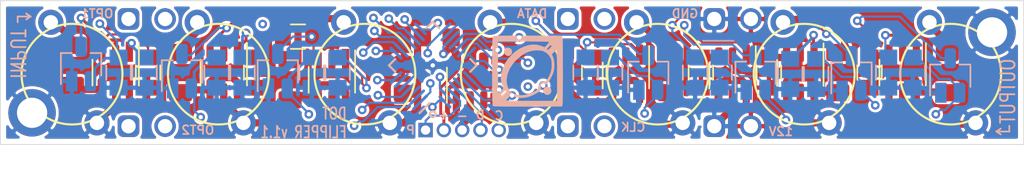
<source format=kicad_pcb>
(kicad_pcb (version 20171130) (host pcbnew "(5.1.4)-1")
  (layers (0 F.Cu signal) (1 In1.Cu signal) (2 In2.Cu signal) (31 B.Cu signal) (34 B.Paste user) (35 F.Paste user) (36 B.SilkS user) (37 F.SilkS user) (38 B.Mask user) (39 F.Mask user) (44 Edge.Cuts user))
  (net 0 "")
  (net 1 "Net-(C1-Pad1)")
  (net 2 "Net-(C1-Pad2)")
  (net 3 "Net-(C3-Pad1)")
  (net 4 "Net-(C3-Pad2)")
  (net 5 "Net-(C5-Pad1)")
  (net 6 "Net-(C5-Pad2)")
  (net 7 "Net-(C7-Pad1)")
  (net 8 "Net-(C7-Pad2)")
  (net 9 +12V)
  (net 10 GND)
  (net 11 +5V)
  (net 12 "Net-(C11-Pad2)")
  (net 13 "Net-(C11-Pad1)")
  (net 14 "Net-(C13-Pad1)")
  (net 15 "Net-(C13-Pad2)")
  (net 16 "Net-(C15-Pad2)")
  (net 17 "Net-(C15-Pad1)")
  (net 18 DATA_IN)
  (net 19 CLK_IN)
  (net 20 DATA_OUT)
  (net 21 CLK_OUT)
  (net 22 FLIP_G_OFF)
  (net 23 "Net-(J5-Pad4)")
  (net 24 VPP)
  (net 25 "Net-(Q1-Pad3)")
  (net 26 FLIP_A_ON)
  (net 27 FLIP_A_OFF)
  (net 28 "Net-(Q3-Pad3)")
  (net 29 FLIP_B_ON)
  (net 30 FLIP_B_OFF)
  (net 31 "Net-(Q5-Pad3)")
  (net 32 FLIP_C_ON)
  (net 33 FLIP_C_OFF)
  (net 34 "Net-(Q7-Pad3)")
  (net 35 FLIP_D_ON)
  (net 36 FLIP_D_OFF)
  (net 37 "Net-(Q10-Pad3)")
  (net 38 FLIP_E_ON)
  (net 39 FLIP_E_OFF)
  (net 40 "Net-(Q11-Pad3)")
  (net 41 FLIP_F_ON)
  (net 42 FLIP_F_OFF)
  (net 43 "Net-(Q13-Pad3)")
  (net 44 FLIP_G_ON)
  (net 45 "Net-(U2-Pad6)")
  (net 46 "Net-(U3-Pad4)")
  (net 47 OPT1_IN)
  (net 48 OPT2_IN)
  (net 49 OPT1_OUT)
  (net 50 OPT2_OUT)
  (module dot_flipper:dot_logo (layer B.Cu) (at 69.287001 64.665001)
    (fp_text reference G*** hide)
    (fp_text value LOGO hide)
  )
  (module dot_flipper:SOT-23-small (layer B.Cu) (at 98.487001 64.965001 90)
    (fp_text reference Q14 hide)
    (fp_text value RJU003N03FRA)
    (pad 2 smd roundrect (at -1.2 0.65 90) (size 1.4 0.8) (layers B.Cu B.Paste B.Mask) (net 44 FLIP_G_ON))
    (pad 1 smd rect (at -1.2 -0.65 90) (size 1.4 0.8) (layers B.Cu B.Paste B.Mask) (net 10 GND))
    (pad 3 smd roundrect (at 1.2 0 90) (size 1.4 0.8) (layers B.Cu B.Paste B.Mask) (net 43 "Net-(Q13-Pad3)"))
  )
  (module dot_flipper:SOT-23-small (layer B.Cu) (at 91.637001 64.815001 90)
    (fp_text reference Q12 hide)
    (fp_text value RJU003N03FRA)
    (pad 2 smd roundrect (at -1.2 0.65 90) (size 1.4 0.8) (layers B.Cu B.Paste B.Mask) (net 41 FLIP_F_ON))
    (pad 1 smd rect (at -1.2 -0.65 90) (size 1.4 0.8) (layers B.Cu B.Paste B.Mask) (net 10 GND))
    (pad 3 smd roundrect (at 1.2 0 90) (size 1.4 0.8) (layers B.Cu B.Paste B.Mask) (net 40 "Net-(Q11-Pad3)"))
  )
  (module dot_flipper:SOT-23-small (layer B.Cu) (at 84.987001 64.765001 90)
    (fp_text reference Q10 hide)
    (fp_text value RJU003N03FRA)
    (pad 2 smd roundrect (at -1.2 0.65 90) (size 1.4 0.8) (layers B.Cu B.Paste B.Mask) (net 38 FLIP_E_ON))
    (pad 1 smd rect (at -1.2 -0.65 90) (size 1.4 0.8) (layers B.Cu B.Paste B.Mask) (net 10 GND))
    (pad 3 smd roundrect (at 1.2 0 90) (size 1.4 0.8) (layers B.Cu B.Paste B.Mask) (net 37 "Net-(Q10-Pad3)"))
  )
  (module dot_flipper:SOT-23-small (layer B.Cu) (at 77.537001 64.765001 90)
    (fp_text reference Q8 hide)
    (fp_text value RJU003N03FRA)
    (pad 2 smd roundrect (at -1.2 0.65 90) (size 1.4 0.8) (layers B.Cu B.Paste B.Mask) (net 35 FLIP_D_ON))
    (pad 1 smd rect (at -1.2 -0.65 90) (size 1.4 0.8) (layers B.Cu B.Paste B.Mask) (net 10 GND))
    (pad 3 smd roundrect (at 1.2 0 90) (size 1.4 0.8) (layers B.Cu B.Paste B.Mask) (net 34 "Net-(Q7-Pad3)"))
  )
  (module dot_flipper:SOT-23-small (layer B.Cu) (at 51.837001 64.665001 90)
    (fp_text reference Q6 hide)
    (fp_text value RJU003N03FRA)
    (pad 2 smd roundrect (at -1.2 0.65 90) (size 1.4 0.8) (layers B.Cu B.Paste B.Mask) (net 32 FLIP_C_ON))
    (pad 1 smd rect (at -1.2 -0.65 90) (size 1.4 0.8) (layers B.Cu B.Paste B.Mask) (net 10 GND))
    (pad 3 smd roundrect (at 1.2 0 90) (size 1.4 0.8) (layers B.Cu B.Paste B.Mask) (net 31 "Net-(Q5-Pad3)"))
  )
  (module dot_flipper:SOT-23-small (layer B.Cu) (at 45.187001 64.665001 90)
    (fp_text reference Q4 hide)
    (fp_text value RJU003N03FRA)
    (pad 2 smd roundrect (at -1.2 0.65 90) (size 1.4 0.8) (layers B.Cu B.Paste B.Mask) (net 29 FLIP_B_ON))
    (pad 1 smd rect (at -1.2 -0.65 90) (size 1.4 0.8) (layers B.Cu B.Paste B.Mask) (net 10 GND))
    (pad 3 smd roundrect (at 1.2 0 90) (size 1.4 0.8) (layers B.Cu B.Paste B.Mask) (net 28 "Net-(Q3-Pad3)"))
  )
  (module dot_flipper:SOT-23-small (layer B.Cu) (at 38.187001 64.165001 90)
    (fp_text reference Q2 hide)
    (fp_text value RJU003N03FRA)
    (pad 2 smd roundrect (at -1.2 0.65 90) (size 1.4 0.8) (layers B.Cu B.Paste B.Mask) (net 26 FLIP_A_ON))
    (pad 1 smd rect (at -1.2 -0.65 90) (size 1.4 0.8) (layers B.Cu B.Paste B.Mask) (net 10 GND))
    (pad 3 smd roundrect (at 1.2 0 90) (size 1.4 0.8) (layers B.Cu B.Paste B.Mask) (net 25 "Net-(Q1-Pad3)"))
  )
  (module dot_flipper:C_1206 (layer F.Cu) (at 98.287001 64.765001 270)
    (fp_text reference C15 hide)
    (fp_text value "10u x2")
    (pad 1 smd roundrect (at -1.4 0 270) (size 1.2 1.6) (layers F.Cu F.Paste F.Mask) (roundrect_rratio 0.15) (net 17 "Net-(C15-Pad1)"))
    (pad 2 smd roundrect (at 1.4 0 270) (size 1.2 1.6) (layers F.Cu F.Paste F.Mask) (roundrect_rratio 0.15) (net 16 "Net-(C15-Pad2)"))
  )
  (module dot_flipper:C_1206 (layer F.Cu) (at 90.687001 64.765001 270)
    (fp_text reference C13 hide)
    (fp_text value "10u x2")
    (pad 1 smd roundrect (at -1.4 0 270) (size 1.2 1.6) (layers F.Cu F.Paste F.Mask) (roundrect_rratio 0.15) (net 14 "Net-(C13-Pad1)"))
    (pad 2 smd roundrect (at 1.4 0 270) (size 1.2 1.6) (layers F.Cu F.Paste F.Mask) (roundrect_rratio 0.15) (net 15 "Net-(C13-Pad2)"))
  )
  (module dot_flipper:C_1206 (layer F.Cu) (at 78.987001 64.765001 270)
    (fp_text reference C11 hide)
    (fp_text value "10u x2")
    (pad 1 smd roundrect (at -1.4 0 270) (size 1.2 1.6) (layers F.Cu F.Paste F.Mask) (roundrect_rratio 0.15) (net 13 "Net-(C11-Pad1)"))
    (pad 2 smd roundrect (at 1.4 0 270) (size 1.2 1.6) (layers F.Cu F.Paste F.Mask) (roundrect_rratio 0.15) (net 12 "Net-(C11-Pad2)"))
  )
  (module dot_flipper:C_1206 (layer F.Cu) (at 71.587001 64.765001 270)
    (fp_text reference C7 hide)
    (fp_text value "10u x2")
    (pad 1 smd roundrect (at -1.4 0 270) (size 1.2 1.6) (layers F.Cu F.Paste F.Mask) (roundrect_rratio 0.15) (net 7 "Net-(C7-Pad1)"))
    (pad 2 smd roundrect (at 1.4 0 270) (size 1.2 1.6) (layers F.Cu F.Paste F.Mask) (roundrect_rratio 0.15) (net 8 "Net-(C7-Pad2)"))
  )
  (module dot_flipper:C_1206 (layer F.Cu) (at 52.687001 65.265001 270)
    (fp_text reference C5 hide)
    (fp_text value "10u x2")
    (pad 1 smd roundrect (at -1.4 0 270) (size 1.2 1.6) (layers F.Cu F.Paste F.Mask) (roundrect_rratio 0.15) (net 5 "Net-(C5-Pad1)"))
    (pad 2 smd roundrect (at 1.4 0 270) (size 1.2 1.6) (layers F.Cu F.Paste F.Mask) (roundrect_rratio 0.15) (net 6 "Net-(C5-Pad2)"))
  )
  (module dot_flipper:C_1206 (layer F.Cu) (at 45.087001 64.765001 270)
    (fp_text reference C3 hide)
    (fp_text value "10u x2")
    (pad 1 smd roundrect (at -1.4 0 270) (size 1.2 1.6) (layers F.Cu F.Paste F.Mask) (roundrect_rratio 0.15) (net 3 "Net-(C3-Pad1)"))
    (pad 2 smd roundrect (at 1.4 0 270) (size 1.2 1.6) (layers F.Cu F.Paste F.Mask) (roundrect_rratio 0.15) (net 4 "Net-(C3-Pad2)"))
  )
  (module dot_flipper:C_1206 (layer F.Cu) (at 37.587001 64.265001 270)
    (fp_text reference C1 hide)
    (fp_text value "10u x2")
    (pad 1 smd roundrect (at -1.4 0 270) (size 1.2 1.6) (layers F.Cu F.Paste F.Mask) (roundrect_rratio 0.15) (net 1 "Net-(C1-Pad1)"))
    (pad 2 smd roundrect (at 1.4 0 270) (size 1.2 1.6) (layers F.Cu F.Paste F.Mask) (roundrect_rratio 0.15) (net 2 "Net-(C1-Pad2)"))
  )
  (module dot_flipper:Pin_Header_Straight_1x05_Pitch1.27mm (layer F.Cu) (at 62.087001 68.765001 90)
    (fp_text reference J5 hide)
    (fp_text value Conn_01x05_Male)
    (pad 1 thru_hole rect (at 0 0 90) (size 1 1) (drill 0.65) (layers *.Cu *.Mask) (net 24 VPP))
    (pad 2 thru_hole oval (at 0 1.27 90) (size 1 1) (drill 0.65) (layers *.Cu *.Mask) (net 11 +5V))
    (pad 3 thru_hole oval (at 0 2.54 90) (size 1 1) (drill 0.65) (layers *.Cu *.Mask) (net 10 GND))
    (pad 4 thru_hole oval (at 0 3.81 90) (size 1 1) (drill 0.65) (layers *.Cu *.Mask) (net 23 "Net-(J5-Pad4)"))
    (pad 5 thru_hole oval (at 0 5.08 90) (size 1 1) (drill 0.65) (layers *.Cu *.Mask) (net 22 FLIP_G_OFF))
  )
  (module dot_flipper:Pin_Header_Straight_1x02_Pitch2.54mm (layer F.Cu) (at 41.477001 68.495001 90)
    (fp_text reference J7 hide)
    (fp_text value Conn_01x02_Male)
    (pad 1 thru_hole roundrect (at 0 0 90) (size 1.5 1.5) (drill 1) (layers *.Cu *.Mask) (net 49 OPT1_OUT))
    (pad 2 thru_hole oval (at 0 2.54 90) (size 1.5 1.5) (drill 1) (layers *.Cu *.Mask) (net 50 OPT2_OUT))
  )
  (module dot_flipper:Pin_Header_Straight_1x02_Pitch2.54mm (layer F.Cu) (at 41.477001 61.035001 90)
    (fp_text reference J6 hide)
    (fp_text value Conn_01x02_Male)
    (pad 1 thru_hole roundrect (at 0 0 90) (size 1.5 1.5) (drill 1) (layers *.Cu *.Mask) (net 47 OPT1_IN))
    (pad 2 thru_hole oval (at 0 2.54 90) (size 1.5 1.5) (drill 1) (layers *.Cu *.Mask) (net 48 OPT2_IN))
  )
  (module dot_flipper:Pin_Header_Straight_1x02_Pitch2.54mm (layer F.Cu) (at 71.957001 68.495001 90)
    (fp_text reference J4 hide)
    (fp_text value Conn_01x02_Male)
    (pad 1 thru_hole roundrect (at 0 0 90) (size 1.5 1.5) (drill 1) (layers *.Cu *.Mask) (net 20 DATA_OUT))
    (pad 2 thru_hole oval (at 0 2.54 90) (size 1.5 1.5) (drill 1) (layers *.Cu *.Mask) (net 21 CLK_OUT))
  )
  (module dot_flipper:Pin_Header_Straight_1x02_Pitch2.54mm (layer F.Cu) (at 71.957001 61.035001 90)
    (fp_text reference J3 hide)
    (fp_text value Conn_01x02_Male)
    (pad 1 thru_hole roundrect (at 0 0 90) (size 1.5 1.5) (drill 1) (layers *.Cu *.Mask) (net 18 DATA_IN))
    (pad 2 thru_hole oval (at 0 2.54 90) (size 1.5 1.5) (drill 1) (layers *.Cu *.Mask) (net 19 CLK_IN))
  )
  (module dot_flipper:Pin_Header_Straight_1x02_Pitch2.54mm (layer F.Cu) (at 82.117001 68.495001 90)
    (fp_text reference J2 hide)
    (fp_text value Conn_01x02_Male)
    (pad 1 thru_hole roundrect (at 0 0 90) (size 1.5 1.5) (drill 1) (layers *.Cu *.Mask) (net 10 GND))
    (pad 2 thru_hole oval (at 0 2.54 90) (size 1.5 1.5) (drill 1) (layers *.Cu *.Mask) (net 9 +12V))
  )
  (module dot_flipper:Pin_Header_Straight_1x02_Pitch2.54mm (layer F.Cu) (at 82.117001 61.035001 90)
    (fp_text reference J1 hide)
    (fp_text value Conn_01x02_Male)
    (pad 1 thru_hole roundrect (at 0 0 90) (size 1.5 1.5) (drill 1) (layers *.Cu *.Mask) (net 10 GND))
    (pad 2 thru_hole oval (at 0 2.54 90) (size 1.5 1.5) (drill 1) (layers *.Cu *.Mask) (net 9 +12V))
  )
  (module dot_flipper:R_0805 (layer B.Cu) (at 94.187001 64.765001 270)
    (fp_text reference R21 hide)
    (fp_text value 100K)
    (pad 1 smd rect (at -1.05 0 270) (size 1.1 1.25) (layers B.Cu B.Paste B.Mask) (net 22 FLIP_G_OFF))
    (pad 2 smd rect (at 1.05 0 270) (size 1.1 1.25) (layers B.Cu B.Paste B.Mask) (net 10 GND))
  )
  (module dot_flipper:R_0805 (layer B.Cu) (at 95.887001 64.765001 270)
    (fp_text reference R20 hide)
    (fp_text value 100K)
    (pad 1 smd rect (at -1.05 0 270) (size 1.1 1.25) (layers B.Cu B.Paste B.Mask) (net 44 FLIP_G_ON))
    (pad 2 smd rect (at 1.05 0 270) (size 1.1 1.25) (layers B.Cu B.Paste B.Mask) (net 10 GND))
  )
  (module dot_flipper:R_0805 (layer F.Cu) (at 92.887001 64.765001 90)
    (fp_text reference R19 hide)
    (fp_text value 100K)
    (pad 1 smd rect (at -1.05 0 90) (size 1.1 1.25) (layers F.Cu F.Paste F.Mask) (net 9 +12V))
    (pad 2 smd rect (at 1.05 0 90) (size 1.1 1.25) (layers F.Cu F.Paste F.Mask) (net 43 "Net-(Q13-Pad3)"))
  )
  (module dot_flipper:R_0805 (layer B.Cu) (at 87.387001 64.865001 270)
    (fp_text reference R18 hide)
    (fp_text value 100K)
    (pad 1 smd rect (at -1.05 0 270) (size 1.1 1.25) (layers B.Cu B.Paste B.Mask) (net 42 FLIP_F_OFF))
    (pad 2 smd rect (at 1.05 0 270) (size 1.1 1.25) (layers B.Cu B.Paste B.Mask) (net 10 GND))
  )
  (module dot_flipper:R_0805 (layer B.Cu) (at 89.187001 64.865001 270)
    (fp_text reference R17 hide)
    (fp_text value 100K)
    (pad 1 smd rect (at -1.05 0 270) (size 1.1 1.25) (layers B.Cu B.Paste B.Mask) (net 41 FLIP_F_ON))
    (pad 2 smd rect (at 1.05 0 270) (size 1.1 1.25) (layers B.Cu B.Paste B.Mask) (net 10 GND))
  )
  (module dot_flipper:R_0805 (layer F.Cu) (at 85.907001 64.765001 90)
    (fp_text reference R16 hide)
    (fp_text value 100K)
    (pad 1 smd rect (at -1.05 0 90) (size 1.1 1.25) (layers F.Cu F.Paste F.Mask) (net 9 +12V))
    (pad 2 smd rect (at 1.05 0 90) (size 1.1 1.25) (layers F.Cu F.Paste F.Mask) (net 40 "Net-(Q11-Pad3)"))
  )
  (module dot_flipper:R_0805 (layer B.Cu) (at 80.787001 64.765001 270)
    (fp_text reference R15 hide)
    (fp_text value 100K)
    (pad 1 smd rect (at -1.05 0 270) (size 1.1 1.25) (layers B.Cu B.Paste B.Mask) (net 39 FLIP_E_OFF))
    (pad 2 smd rect (at 1.05 0 270) (size 1.1 1.25) (layers B.Cu B.Paste B.Mask) (net 10 GND))
  )
  (module dot_flipper:R_0805 (layer B.Cu) (at 82.487001 64.765001 270)
    (fp_text reference R14 hide)
    (fp_text value 100K)
    (pad 1 smd rect (at -1.05 0 270) (size 1.1 1.25) (layers B.Cu B.Paste B.Mask) (net 38 FLIP_E_ON))
    (pad 2 smd rect (at 1.05 0 270) (size 1.1 1.25) (layers B.Cu B.Paste B.Mask) (net 10 GND))
  )
  (module dot_flipper:R_0805 (layer F.Cu) (at 81.187001 64.765001 90)
    (fp_text reference R13 hide)
    (fp_text value 100K)
    (pad 1 smd rect (at -1.05 0 90) (size 1.1 1.25) (layers F.Cu F.Paste F.Mask) (net 9 +12V))
    (pad 2 smd rect (at 1.05 0 90) (size 1.1 1.25) (layers F.Cu F.Paste F.Mask) (net 37 "Net-(Q10-Pad3)"))
  )
  (module dot_flipper:R_0805 (layer B.Cu) (at 73.187001 64.765001 270)
    (fp_text reference R12 hide)
    (fp_text value 100K)
    (pad 1 smd rect (at -1.05 0 270) (size 1.1 1.25) (layers B.Cu B.Paste B.Mask) (net 36 FLIP_D_OFF))
    (pad 2 smd rect (at 1.05 0 270) (size 1.1 1.25) (layers B.Cu B.Paste B.Mask) (net 10 GND))
  )
  (module dot_flipper:R_0805 (layer B.Cu) (at 74.887001 64.765001 270)
    (fp_text reference R11 hide)
    (fp_text value 100K)
    (pad 1 smd rect (at -1.05 0 270) (size 1.1 1.25) (layers B.Cu B.Paste B.Mask) (net 35 FLIP_D_ON))
    (pad 2 smd rect (at 1.05 0 270) (size 1.1 1.25) (layers B.Cu B.Paste B.Mask) (net 10 GND))
  )
  (module dot_flipper:R_0805 (layer F.Cu) (at 73.787001 64.765001 90)
    (fp_text reference R10 hide)
    (fp_text value 100K)
    (pad 1 smd rect (at -1.05 0 90) (size 1.1 1.25) (layers F.Cu F.Paste F.Mask) (net 9 +12V))
    (pad 2 smd rect (at 1.05 0 90) (size 1.1 1.25) (layers F.Cu F.Paste F.Mask) (net 34 "Net-(Q7-Pad3)"))
  )
  (module dot_flipper:R_0805 (layer B.Cu) (at 55.987001 64.765001 270)
    (fp_text reference R9 hide)
    (fp_text value 100K)
    (pad 1 smd rect (at -1.05 0 270) (size 1.1 1.25) (layers B.Cu B.Paste B.Mask) (net 33 FLIP_C_OFF))
    (pad 2 smd rect (at 1.05 0 270) (size 1.1 1.25) (layers B.Cu B.Paste B.Mask) (net 10 GND))
  )
  (module dot_flipper:R_0805 (layer B.Cu) (at 54.187001 64.765001 270)
    (fp_text reference R8 hide)
    (fp_text value 100K)
    (pad 1 smd rect (at -1.05 0 270) (size 1.1 1.25) (layers B.Cu B.Paste B.Mask) (net 32 FLIP_C_ON))
    (pad 2 smd rect (at 1.05 0 270) (size 1.1 1.25) (layers B.Cu B.Paste B.Mask) (net 10 GND))
  )
  (module dot_flipper:R_0805 (layer F.Cu) (at 53.237001 62.265001)
    (fp_text reference R7 hide)
    (fp_text value 100K)
    (pad 1 smd rect (at -1.05 0) (size 1.1 1.25) (layers F.Cu F.Paste F.Mask) (net 9 +12V))
    (pad 2 smd rect (at 1.05 0) (size 1.1 1.25) (layers F.Cu F.Paste F.Mask) (net 31 "Net-(Q5-Pad3)"))
  )
  (module dot_flipper:R_0805 (layer B.Cu) (at 49.387001 64.765001 270)
    (fp_text reference R6 hide)
    (fp_text value 100K)
    (pad 1 smd rect (at -1.05 0 270) (size 1.1 1.25) (layers B.Cu B.Paste B.Mask) (net 30 FLIP_B_OFF))
    (pad 2 smd rect (at 1.05 0 270) (size 1.1 1.25) (layers B.Cu B.Paste B.Mask) (net 10 GND))
  )
  (module dot_flipper:R_0805 (layer B.Cu) (at 47.587001 64.765001 270)
    (fp_text reference R5 hide)
    (fp_text value 100K)
    (pad 1 smd rect (at -1.05 0 270) (size 1.1 1.25) (layers B.Cu B.Paste B.Mask) (net 29 FLIP_B_ON))
    (pad 2 smd rect (at 1.05 0 270) (size 1.1 1.25) (layers B.Cu B.Paste B.Mask) (net 10 GND))
  )
  (module dot_flipper:R_0805 (layer F.Cu) (at 50.337001 64.765001 90)
    (fp_text reference R4 hide)
    (fp_text value 100K)
    (pad 1 smd rect (at -1.05 0 90) (size 1.1 1.25) (layers F.Cu F.Paste F.Mask) (net 9 +12V))
    (pad 2 smd rect (at 1.05 0 90) (size 1.1 1.25) (layers F.Cu F.Paste F.Mask) (net 28 "Net-(Q3-Pad3)"))
  )
  (module dot_flipper:R_0805 (layer B.Cu) (at 42.587001 64.765001 270)
    (fp_text reference R3 hide)
    (fp_text value 100K)
    (pad 1 smd rect (at -1.05 0 270) (size 1.1 1.25) (layers B.Cu B.Paste B.Mask) (net 27 FLIP_A_OFF))
    (pad 2 smd rect (at 1.05 0 270) (size 1.1 1.25) (layers B.Cu B.Paste B.Mask) (net 10 GND))
  )
  (module dot_flipper:R_0805 (layer B.Cu) (at 40.787001 64.765001 270)
    (fp_text reference R2 hide)
    (fp_text value 100K)
    (pad 1 smd rect (at -1.05 0 270) (size 1.1 1.25) (layers B.Cu B.Paste B.Mask) (net 26 FLIP_A_ON))
    (pad 2 smd rect (at 1.05 0 270) (size 1.1 1.25) (layers B.Cu B.Paste B.Mask) (net 10 GND))
  )
  (module dot_flipper:R_0805 (layer F.Cu) (at 42.837001 64.765001 90)
    (fp_text reference R1 hide)
    (fp_text value 100K)
    (pad 1 smd rect (at -1.05 0 90) (size 1.1 1.25) (layers F.Cu F.Paste F.Mask) (net 9 +12V))
    (pad 2 smd rect (at 1.05 0 90) (size 1.1 1.25) (layers F.Cu F.Paste F.Mask) (net 25 "Net-(Q1-Pad3)"))
  )
  (module dot_flipper:C_0805 (layer F.Cu) (at 62.867001 62.315001 180)
    (fp_text reference C10 hide)
    (fp_text value 1u)
    (pad 1 smd roundrect (at -1 0 180) (size 1.2 1.25) (layers F.Cu F.Paste F.Mask) (roundrect_rratio 0.15) (net 11 +5V))
    (pad 2 smd roundrect (at 1 0 180) (size 1.2 1.25) (layers F.Cu F.Paste F.Mask) (roundrect_rratio 0.15) (net 10 GND))
  )
  (module dot_flipper:C_0805 (layer F.Cu) (at 60.507001 65.205001 270)
    (fp_text reference C9 hide)
    (fp_text value 1u)
    (pad 1 smd roundrect (at -1 0 270) (size 1.2 1.25) (layers F.Cu F.Paste F.Mask) (roundrect_rratio 0.15) (net 9 +12V))
    (pad 2 smd roundrect (at 1 0 270) (size 1.2 1.25) (layers F.Cu F.Paste F.Mask) (roundrect_rratio 0.15) (net 10 GND))
  )
  (module dot_flipper:SOT-23-5_HandSoldering (layer F.Cu) (at 65.177001 65.315001 90)
    (fp_text reference U3 hide)
    (fp_text value NCP718BSN500T1G)
    (pad 1 smd rect (at -1.45 -0.95 90) (size 1.4 0.5) (layers F.Cu F.Paste F.Mask) (net 9 +12V))
    (pad 2 smd roundrect (at -1.35 0 90) (size 1.2 0.5) (layers F.Cu F.Paste F.Mask) (net 10 GND))
    (pad 3 smd roundrect (at -1.35 0.95 90) (size 1.2 0.5) (layers F.Cu F.Paste F.Mask) (net 9 +12V))
    (pad 4 smd roundrect (at 1.35 0.95 90) (size 1.2 0.65) (layers F.Cu F.Paste F.Mask) (net 46 "Net-(U3-Pad4)"))
    (pad 5 smd roundrect (at 1.35 -0.95 90) (size 1.2 0.65) (layers F.Cu F.Paste F.Mask) (net 11 +5V))
  )
  (module dot_flipper:SOT-23-6_Handsoldering (layer F.Cu) (at 95.187001 64.765001 270)
    (fp_text reference Q13 hide)
    (fp_text value DMG6602SVT)
    (pad 1 smd rect (at -1.45 -0.95 270) (size 1.4 0.5) (layers F.Cu F.Paste F.Mask) (net 22 FLIP_G_OFF))
    (pad 2 smd roundrect (at -1.35 0 270) (size 1.2 0.5) (layers F.Cu F.Paste F.Mask) (net 9 +12V))
    (pad 3 smd roundrect (at -1.35 0.95 270) (size 1.2 0.5) (layers F.Cu F.Paste F.Mask) (net 43 "Net-(Q13-Pad3)"))
    (pad 4 smd roundrect (at 1.35 0.95 270) (size 1.2 0.5) (layers F.Cu F.Paste F.Mask) (net 16 "Net-(C15-Pad2)"))
    (pad 6 smd roundrect (at 1.35 -0.95 270) (size 1.2 0.5) (layers F.Cu F.Paste F.Mask) (net 16 "Net-(C15-Pad2)"))
    (pad 5 smd roundrect (at 1.35 0 270) (size 1.2 0.5) (layers F.Cu F.Paste F.Mask) (net 10 GND))
  )
  (module dot_flipper:SOT-23-6_Handsoldering (layer F.Cu) (at 88.087001 64.785001 270)
    (fp_text reference Q11 hide)
    (fp_text value DMG6602SVT)
    (pad 1 smd rect (at -1.45 -0.95 270) (size 1.4 0.5) (layers F.Cu F.Paste F.Mask) (net 42 FLIP_F_OFF))
    (pad 2 smd roundrect (at -1.35 0 270) (size 1.2 0.5) (layers F.Cu F.Paste F.Mask) (net 9 +12V))
    (pad 3 smd roundrect (at -1.35 0.95 270) (size 1.2 0.5) (layers F.Cu F.Paste F.Mask) (net 40 "Net-(Q11-Pad3)"))
    (pad 4 smd roundrect (at 1.35 0.95 270) (size 1.2 0.5) (layers F.Cu F.Paste F.Mask) (net 15 "Net-(C13-Pad2)"))
    (pad 6 smd roundrect (at 1.35 -0.95 270) (size 1.2 0.5) (layers F.Cu F.Paste F.Mask) (net 15 "Net-(C13-Pad2)"))
    (pad 5 smd roundrect (at 1.35 0 270) (size 1.2 0.5) (layers F.Cu F.Paste F.Mask) (net 10 GND))
  )
  (module dot_flipper:SOT-23-6_Handsoldering (layer F.Cu) (at 83.387001 64.965001 270)
    (fp_text reference Q9 hide)
    (fp_text value DMG6602SVT)
    (pad 1 smd rect (at -1.45 -0.95 270) (size 1.4 0.5) (layers F.Cu F.Paste F.Mask) (net 39 FLIP_E_OFF))
    (pad 2 smd roundrect (at -1.35 0 270) (size 1.2 0.5) (layers F.Cu F.Paste F.Mask) (net 9 +12V))
    (pad 3 smd roundrect (at -1.35 0.95 270) (size 1.2 0.5) (layers F.Cu F.Paste F.Mask) (net 37 "Net-(Q10-Pad3)"))
    (pad 4 smd roundrect (at 1.35 0.95 270) (size 1.2 0.5) (layers F.Cu F.Paste F.Mask) (net 12 "Net-(C11-Pad2)"))
    (pad 6 smd roundrect (at 1.35 -0.95 270) (size 1.2 0.5) (layers F.Cu F.Paste F.Mask) (net 12 "Net-(C11-Pad2)"))
    (pad 5 smd roundrect (at 1.35 0 270) (size 1.2 0.5) (layers F.Cu F.Paste F.Mask) (net 10 GND))
  )
  (module dot_flipper:SOT-23-6_Handsoldering (layer F.Cu) (at 75.987001 64.965001 270)
    (fp_text reference Q7 hide)
    (fp_text value DMG6602SVT)
    (pad 1 smd rect (at -1.45 -0.95 270) (size 1.4 0.5) (layers F.Cu F.Paste F.Mask) (net 36 FLIP_D_OFF))
    (pad 2 smd roundrect (at -1.35 0 270) (size 1.2 0.5) (layers F.Cu F.Paste F.Mask) (net 9 +12V))
    (pad 3 smd roundrect (at -1.35 0.95 270) (size 1.2 0.5) (layers F.Cu F.Paste F.Mask) (net 34 "Net-(Q7-Pad3)"))
    (pad 4 smd roundrect (at 1.35 0.95 270) (size 1.2 0.5) (layers F.Cu F.Paste F.Mask) (net 8 "Net-(C7-Pad2)"))
    (pad 6 smd roundrect (at 1.35 -0.95 270) (size 1.2 0.5) (layers F.Cu F.Paste F.Mask) (net 8 "Net-(C7-Pad2)"))
    (pad 5 smd roundrect (at 1.35 0 270) (size 1.2 0.5) (layers F.Cu F.Paste F.Mask) (net 10 GND))
  )
  (module dot_flipper:SOT-23-6_Handsoldering (layer F.Cu) (at 55.587001 65.265001 270)
    (fp_text reference Q5 hide)
    (fp_text value DMG6602SVT)
    (pad 1 smd rect (at -1.45 -0.95 270) (size 1.4 0.5) (layers F.Cu F.Paste F.Mask) (net 33 FLIP_C_OFF))
    (pad 2 smd roundrect (at -1.35 0 270) (size 1.2 0.5) (layers F.Cu F.Paste F.Mask) (net 9 +12V))
    (pad 3 smd roundrect (at -1.35 0.95 270) (size 1.2 0.5) (layers F.Cu F.Paste F.Mask) (net 31 "Net-(Q5-Pad3)"))
    (pad 4 smd roundrect (at 1.35 0.95 270) (size 1.2 0.5) (layers F.Cu F.Paste F.Mask) (net 6 "Net-(C5-Pad2)"))
    (pad 6 smd roundrect (at 1.35 -0.95 270) (size 1.2 0.5) (layers F.Cu F.Paste F.Mask) (net 6 "Net-(C5-Pad2)"))
    (pad 5 smd roundrect (at 1.35 0 270) (size 1.2 0.5) (layers F.Cu F.Paste F.Mask) (net 10 GND))
  )
  (module dot_flipper:SOT-23-6_Handsoldering (layer F.Cu) (at 48.087001 64.765001 270)
    (fp_text reference Q3 hide)
    (fp_text value DMG6602SVT)
    (pad 1 smd rect (at -1.45 -0.95 270) (size 1.4 0.5) (layers F.Cu F.Paste F.Mask) (net 30 FLIP_B_OFF))
    (pad 2 smd roundrect (at -1.35 0 270) (size 1.2 0.5) (layers F.Cu F.Paste F.Mask) (net 9 +12V))
    (pad 3 smd roundrect (at -1.35 0.95 270) (size 1.2 0.5) (layers F.Cu F.Paste F.Mask) (net 28 "Net-(Q3-Pad3)"))
    (pad 4 smd roundrect (at 1.35 0.95 270) (size 1.2 0.5) (layers F.Cu F.Paste F.Mask) (net 4 "Net-(C3-Pad2)"))
    (pad 6 smd roundrect (at 1.35 -0.95 270) (size 1.2 0.5) (layers F.Cu F.Paste F.Mask) (net 4 "Net-(C3-Pad2)"))
    (pad 5 smd roundrect (at 1.35 0 270) (size 1.2 0.5) (layers F.Cu F.Paste F.Mask) (net 10 GND))
  )
  (module dot_flipper:SOT-23-6_Handsoldering (layer F.Cu) (at 40.587001 64.765001 270)
    (fp_text reference Q1 hide)
    (fp_text value DMG6602SVT)
    (pad 1 smd rect (at -1.45 -0.95 270) (size 1.4 0.5) (layers F.Cu F.Paste F.Mask) (net 27 FLIP_A_OFF))
    (pad 2 smd roundrect (at -1.35 0 270) (size 1.2 0.5) (layers F.Cu F.Paste F.Mask) (net 9 +12V))
    (pad 3 smd roundrect (at -1.35 0.95 270) (size 1.2 0.5) (layers F.Cu F.Paste F.Mask) (net 25 "Net-(Q1-Pad3)"))
    (pad 4 smd roundrect (at 1.35 0.95 270) (size 1.2 0.5) (layers F.Cu F.Paste F.Mask) (net 2 "Net-(C1-Pad2)"))
    (pad 6 smd roundrect (at 1.35 -0.95 270) (size 1.2 0.5) (layers F.Cu F.Paste F.Mask) (net 2 "Net-(C1-Pad2)"))
    (pad 5 smd roundrect (at 1.35 0 270) (size 1.2 0.5) (layers F.Cu F.Paste F.Mask) (net 10 GND))
  )
  (module dot_flipper:MountingHole_2.2mm_M2_Pad_thin (layer F.Cu) (at 101.387001 61.965001)
    (fp_text reference H2 hide)
    (fp_text value MountingHole_Pad)
    (pad 1 thru_hole circle (at 0 0) (size 3.3 3.3) (drill 2.1) (layers *.Cu *.Mask) (net 10 GND))
  )
  (module dot_flipper:MountingHole_2.2mm_M2_Pad_thin (layer F.Cu) (at 34.787001 67.565001)
    (fp_text reference H1 hide)
    (fp_text value MountingHole_Pad)
    (pad 1 thru_hole circle (at 0 0) (size 3.3 3.3) (drill 2.1) (layers *.Cu *.Mask) (net 10 GND))
  )
  (module dot_flipper:QFN-28-1EP_4x4mm_Pitch0.4mm_wide (layer B.Cu) (at 62.587001 64.265001 45)
    (fp_text reference U2 hide)
    (fp_text value PIC16F15355-I-MV)
    (pad 29 thru_hole circle (at 0 0 45) (size 0.8 0.8) (drill 0.3) (layers *.Cu *.Mask) (net 10 GND))
    (pad 1 smd rect (at -2.45 1.2 45) (size 1.4 0.2) (layers B.Cu B.Paste B.Mask) (net 32 FLIP_C_ON))
    (pad 2 smd roundrect (at -2.3 0.8 45) (size 1.4 0.2) (layers B.Cu B.Paste B.Mask) (roundrect_rratio 0.5) (net 35 FLIP_D_ON))
    (pad 3 smd roundrect (at -2.3 0.4 45) (size 1.4 0.2) (layers B.Cu B.Paste B.Mask) (roundrect_rratio 0.5) (net 38 FLIP_E_ON))
    (pad 4 smd roundrect (at -2.3 0 45) (size 1.4 0.2) (layers B.Cu B.Paste B.Mask) (roundrect_rratio 0.5) (net 41 FLIP_F_ON))
    (pad 5 smd roundrect (at -2.3 -0.4 45) (size 1.4 0.2) (layers B.Cu B.Paste B.Mask) (roundrect_rratio 0.5) (net 10 GND))
    (pad 6 smd roundrect (at -2.3 -0.8 45) (size 1.4 0.2) (layers B.Cu B.Paste B.Mask) (roundrect_rratio 0.5) (net 45 "Net-(U2-Pad6)"))
    (pad 7 smd roundrect (at -2.4 -1.2 45) (size 1.2 0.2) (layers B.Cu B.Paste B.Mask) (roundrect_rratio 0.5) (net 44 FLIP_G_ON))
    (pad 8 smd roundrect (at -1.2 -2.4 315) (size 1.2 0.2) (layers B.Cu B.Paste B.Mask) (roundrect_rratio 0.5) (net 18 DATA_IN))
    (pad 9 smd roundrect (at -0.8 -2.3 315) (size 1.4 0.2) (layers B.Cu B.Paste B.Mask) (roundrect_rratio 0.5) (net 19 CLK_IN))
    (pad 10 smd roundrect (at -0.4 -2.3 315) (size 1.4 0.2) (layers B.Cu B.Paste B.Mask) (roundrect_rratio 0.5) (net 47 OPT1_IN))
    (pad 11 smd roundrect (at 0 -2.3 315) (size 1.4 0.2) (layers B.Cu B.Paste B.Mask) (roundrect_rratio 0.5) (net 48 OPT2_IN))
    (pad 12 smd roundrect (at 0.4 -2.3 315) (size 1.4 0.2) (layers B.Cu B.Paste B.Mask) (roundrect_rratio 0.5) (net 20 DATA_OUT))
    (pad 13 smd roundrect (at 0.8 -2.3 315) (size 1.4 0.2) (layers B.Cu B.Paste B.Mask) (roundrect_rratio 0.5) (net 21 CLK_OUT))
    (pad 14 smd roundrect (at 1.2 -2.4 315) (size 1.2 0.2) (layers B.Cu B.Paste B.Mask) (roundrect_rratio 0.5) (net 49 OPT1_OUT))
    (pad 15 smd roundrect (at 2.4 -1.2 45) (size 1.2 0.2) (layers B.Cu B.Paste B.Mask) (roundrect_rratio 0.5) (net 50 OPT2_OUT))
    (pad 16 smd roundrect (at 2.3 -0.8 45) (size 1.4 0.2) (layers B.Cu B.Paste B.Mask) (roundrect_rratio 0.5) (net 10 GND))
    (pad 17 smd roundrect (at 2.3 -0.4 45) (size 1.4 0.2) (layers B.Cu B.Paste B.Mask) (roundrect_rratio 0.5) (net 11 +5V))
    (pad 18 smd roundrect (at 2.3 0 45) (size 1.4 0.2) (layers B.Cu B.Paste B.Mask) (roundrect_rratio 0.5) (net 27 FLIP_A_OFF))
    (pad 19 smd roundrect (at 2.3 0.4 45) (size 1.4 0.2) (layers B.Cu B.Paste B.Mask) (roundrect_rratio 0.5) (net 30 FLIP_B_OFF))
    (pad 20 smd roundrect (at 2.3 0.8 45) (size 1.4 0.2) (layers B.Cu B.Paste B.Mask) (roundrect_rratio 0.5) (net 33 FLIP_C_OFF))
    (pad 21 smd roundrect (at 2.4 1.2 45) (size 1.2 0.2) (layers B.Cu B.Paste B.Mask) (roundrect_rratio 0.5) (net 36 FLIP_D_OFF))
    (pad 22 smd roundrect (at 1.2 2.4 315) (size 1.2 0.2) (layers B.Cu B.Paste B.Mask) (roundrect_rratio 0.5) (net 39 FLIP_E_OFF))
    (pad 23 smd roundrect (at 0.8 2.3 315) (size 1.4 0.2) (layers B.Cu B.Paste B.Mask) (roundrect_rratio 0.5) (net 42 FLIP_F_OFF))
    (pad 24 smd roundrect (at 0.4 2.3 315) (size 1.4 0.2) (layers B.Cu B.Paste B.Mask) (roundrect_rratio 0.5) (net 22 FLIP_G_OFF))
    (pad 25 smd roundrect (at 0 2.3 315) (size 1.4 0.2) (layers B.Cu B.Paste B.Mask) (roundrect_rratio 0.5) (net 23 "Net-(J5-Pad4)"))
    (pad 26 smd roundrect (at -0.4 2.3 315) (size 1.4 0.2) (layers B.Cu B.Paste B.Mask) (roundrect_rratio 0.5) (net 24 VPP))
    (pad 27 smd roundrect (at -0.8 2.3 315) (size 1.4 0.2) (layers B.Cu B.Paste B.Mask) (roundrect_rratio 0.5) (net 26 FLIP_A_ON))
    (pad 28 smd roundrect (at -1.2 2.4 315) (size 1.2 0.2) (layers B.Cu B.Paste B.Mask) (roundrect_rratio 0.5) (net 29 FLIP_B_ON))
  )
  (module dot_flipper:7_flip_dots (layer F.Cu) (at 36.087001 61.265001)
    (fp_text reference U1 hide)
    (fp_text value 7_flip_dots hide)
    (pad 2-UG thru_hole circle (at 64.16 7) (size 1.75 1.75) (drill 1) (layers *.Cu *.Mask) (net 10 GND))
    (pad 2-UF thru_hole circle (at 54 7) (size 1.75 1.75) (drill 1) (layers *.Cu *.Mask) (net 10 GND))
    (pad 2-UE thru_hole circle (at 43.84 7) (size 1.75 1.75) (drill 1) (layers *.Cu *.Mask) (net 10 GND))
    (pad 2-UD thru_hole circle (at 33.68 7) (size 1.75 1.75) (drill 1) (layers *.Cu *.Mask) (net 10 GND))
    (pad 2-UC thru_hole circle (at 23.52 7) (size 1.75 1.75) (drill 1) (layers *.Cu *.Mask) (net 10 GND))
    (pad 2-UB thru_hole circle (at 13.36 7) (size 1.75 1.75) (drill 1) (layers *.Cu *.Mask) (net 10 GND))
    (pad 1-UG thru_hole circle (at 60.96 0) (size 1.75 1.75) (drill 1) (layers *.Cu *.Mask) (net 17 "Net-(C15-Pad1)"))
    (pad 1-UF thru_hole circle (at 50.8 0) (size 1.75 1.75) (drill 1) (layers *.Cu *.Mask) (net 14 "Net-(C13-Pad1)"))
    (pad 1-UE thru_hole circle (at 40.64 0) (size 1.75 1.75) (drill 1) (layers *.Cu *.Mask) (net 13 "Net-(C11-Pad1)"))
    (pad 1-UD thru_hole circle (at 30.48 0) (size 1.75 1.75) (drill 1) (layers *.Cu *.Mask) (net 7 "Net-(C7-Pad1)"))
    (pad 1-UC thru_hole circle (at 20.32 0) (size 1.75 1.75) (drill 1) (layers *.Cu *.Mask) (net 5 "Net-(C5-Pad1)"))
    (pad 1-UB thru_hole circle (at 10.16 0) (size 1.75 1.75) (drill 1) (layers *.Cu *.Mask) (net 3 "Net-(C3-Pad1)"))
    (pad 2-UA thru_hole circle (at 3.2 7) (size 1.75 1.75) (drill 1) (layers *.Cu *.Mask) (net 10 GND))
    (pad 1-UA thru_hole circle (at 0 0) (size 1.75 1.75) (drill 1) (layers *.Cu *.Mask) (net 1 "Net-(C1-Pad1)"))
  )
  (gr_text C (at 67.187001 67.765001) (layer B.SilkS) (effects (font (size 0.6 0.6) (thickness 0.12)) (justify mirror)))
  (gr_text D (at 65.887001 67.715001) (layer B.SilkS) (effects (font (size 0.6 0.6) (thickness 0.12)) (justify mirror)))
  (gr_text - (at 64.637001 67.765001) (layer B.SilkS) (effects (font (size 0.6 0.6) (thickness 0.12)) (justify mirror)))
  (gr_text + (at 63.337001 67.715001) (layer B.SilkS) (effects (font (size 0.6 0.6) (thickness 0.12)) (justify mirror)))
  (gr_text P (at 61.037001 68.765001) (layer B.SilkS) (effects (font (size 0.6 0.6) (thickness 0.12)) (justify mirror)))
  (gr_text "DOT\nFLIPPER v1.1" (at 56.687001 68.265001) (layer B.SilkS) (effects (font (size 0.8 0.6) (thickness 0.12)) (justify left mirror)))
  (gr_text 12V (at 86.737001 68.865001) (layer B.SilkS) (effects (font (size 0.6 0.6) (thickness 0.12)) (justify mirror)))
  (gr_text GND (at 80.087001 60.665001) (layer B.SilkS) (effects (font (size 0.6 0.6) (thickness 0.12)) (justify mirror)))
  (gr_text CLK (at 76.487001 68.565001) (layer B.SilkS) (effects (font (size 0.6 0.6) (thickness 0.12)) (justify mirror)))
  (gr_text DATA (at 69.487001 60.665001) (layer B.SilkS) (effects (font (size 0.6 0.6) (thickness 0.12)) (justify mirror)))
  (gr_text OPT1 (at 39.287001 60.665001) (layer B.SilkS) (effects (font (size 0.6 0.6) (thickness 0.12)) (justify mirror)))
  (gr_text OPT2 (at 46.287001 68.765001) (layer B.SilkS) (effects (font (size 0.6 0.6) (thickness 0.12)) (justify mirror)))
  (gr_line (start 102.587001 68.865001) (end 101.687001 68.865001) (layer B.SilkS) (width 0.12))
  (gr_line (start 102.587001 68.465001) (end 102.587001 68.865001) (layer B.SilkS) (width 0.12))
  (gr_line (start 101.987001 68.665001) (end 101.687001 68.865001) (layer B.SilkS) (width 0.12))
  (gr_line (start 101.987001 69.065001) (end 101.687001 68.865001) (layer B.SilkS) (width 0.12))
  (gr_text OUTPUT (at 102.487001 66.065001 90) (layer B.SilkS) (effects (font (size 1 0.8) (thickness 0.125)) (justify mirror)))
  (gr_line (start 34.387001 61.065001) (end 34.687001 60.865001) (layer B.SilkS) (width 0.12))
  (gr_line (start 34.387001 60.665001) (end 34.687001 60.865001) (layer B.SilkS) (width 0.12))
  (gr_line (start 34.687001 60.865001) (end 34.387001 60.665001) (layer B.SilkS) (width 0.12))
  (gr_line (start 33.787001 60.865001) (end 34.687001 60.865001) (layer B.SilkS) (width 0.12))
  (gr_line (start 33.787001 61.265001) (end 33.787001 60.865001) (layer B.SilkS) (width 0.12))
  (gr_text INPUT (at 33.787001 63.465001 270) (layer B.SilkS) (effects (font (size 1 0.8) (thickness 0.125)) (justify mirror)))
  (gr_line (start 103.587001 69.765001) (end 32.587001 69.765001) (layer Edge.Cuts) (width 0.05))
  (gr_line (start 103.587001 59.765001) (end 103.587001 69.765001) (layer Edge.Cuts) (width 0.05))
  (gr_line (start 32.587001 59.765001) (end 103.587001 59.765001) (layer Edge.Cuts) (width 0.05))
  (gr_line (start 32.587001 69.765001) (end 32.587001 59.765001) (layer Edge.Cuts) (width 0.05))
  (segment (start 37.687001 62.565001) (end 36.487001 61.365001) (width 0.5) (layer F.Cu) (net 1))
  (segment (start 36.487001 61.365001) (end 36.187001 61.365001) (width 0.5) (layer F.Cu) (net 1))
  (segment (start 41.537001 65.315001) (end 41.537001 65.595001) (width 0.5) (layer F.Cu) (net 2))
  (segment (start 41.336991 65.114991) (end 41.537001 65.315001) (width 0.5) (layer F.Cu) (net 2))
  (segment (start 38.257711 65.935711) (end 39.557711 65.935711) (width 0.5) (layer F.Cu) (net 2))
  (segment (start 39.557711 65.935711) (end 39.587001 65.906421) (width 0.5) (layer F.Cu) (net 2))
  (segment (start 39.587001 65.906421) (end 39.587001 65.365001) (width 0.5) (layer F.Cu) (net 2))
  (segment (start 39.587001 65.365001) (end 39.837011 65.114991) (width 0.5) (layer F.Cu) (net 2))
  (segment (start 39.837011 65.114991) (end 41.336991 65.114991) (width 0.5) (layer F.Cu) (net 2))
  (segment (start 46.387001 61.765001) (end 46.387001 61.565001) (width 0.5) (layer F.Cu) (net 3))
  (segment (start 45.187001 63.365001) (end 45.187001 62.965001) (width 0.5) (layer F.Cu) (net 3))
  (segment (start 45.187001 62.965001) (end 46.387001 61.765001) (width 0.5) (layer F.Cu) (net 3))
  (segment (start 47.437011 65.114991) (end 48.706991 65.114991) (width 0.5) (layer F.Cu) (net 4))
  (segment (start 47.137001 66.115001) (end 47.137001 65.415001) (width 0.5) (layer F.Cu) (net 4))
  (segment (start 47.137001 65.415001) (end 47.437011 65.114991) (width 0.5) (layer F.Cu) (net 4))
  (segment (start 48.706991 65.114991) (end 49.027001 65.435001) (width 0.5) (layer F.Cu) (net 4))
  (segment (start 49.027001 65.435001) (end 49.027001 65.985001) (width 0.5) (layer F.Cu) (net 4))
  (segment (start 45.987001 65.965001) (end 46.987001 65.965001) (width 0.5) (layer F.Cu) (net 4))
  (segment (start 45.087001 66.165001) (end 45.287001 65.965001) (width 0.5) (layer F.Cu) (net 4))
  (segment (start 45.287001 65.965001) (end 45.987001 65.965001) (width 0.5) (layer F.Cu) (net 4))
  (segment (start 52.687001 63.865001) (end 53.237001 63.315001) (width 0.5) (layer F.Cu) (net 5))
  (segment (start 53.237001 63.315001) (end 53.237001 61.265001) (width 0.5) (layer F.Cu) (net 5))
  (segment (start 53.237001 61.265001) (end 53.487001 61.015001) (width 0.5) (layer F.Cu) (net 5))
  (segment (start 53.487001 61.015001) (end 56.187001 61.015001) (width 0.5) (layer F.Cu) (net 5))
  (segment (start 56.187001 61.015001) (end 56.337001 61.165001) (width 0.5) (layer F.Cu) (net 5))
  (segment (start 54.637001 66.615001) (end 54.637001 66.235001) (width 0.5) (layer F.Cu) (net 6))
  (segment (start 54.637001 66.235001) (end 54.627001 66.225001) (width 0.5) (layer F.Cu) (net 6))
  (segment (start 54.627001 66.225001) (end 54.627001 65.935001) (width 0.5) (layer F.Cu) (net 6))
  (segment (start 54.947011 65.614991) (end 56.236991 65.614991) (width 0.5) (layer F.Cu) (net 6))
  (segment (start 54.627001 65.935001) (end 54.947011 65.614991) (width 0.5) (layer F.Cu) (net 6))
  (segment (start 56.236991 65.614991) (end 56.517001 65.895001) (width 0.5) (layer F.Cu) (net 6))
  (segment (start 56.517001 65.895001) (end 56.517001 66.385001) (width 0.5) (layer F.Cu) (net 6))
  (segment (start 54.487001 66.365001) (end 54.587001 66.465001) (width 0.5) (layer F.Cu) (net 6))
  (segment (start 52.787001 66.665001) (end 53.087001 66.365001) (width 0.5) (layer F.Cu) (net 6))
  (segment (start 53.087001 66.365001) (end 54.487001 66.365001) (width 0.5) (layer F.Cu) (net 6))
  (segment (start 71.587001 63.365001) (end 71.387001 63.165001) (width 0.5) (layer F.Cu) (net 7))
  (segment (start 68.687001 61.265001) (end 66.587001 61.265001) (width 0.5) (layer F.Cu) (net 7))
  (segment (start 71.587001 63.365001) (end 70.787001 63.365001) (width 0.5) (layer F.Cu) (net 7))
  (segment (start 70.787001 63.365001) (end 68.687001 61.265001) (width 0.5) (layer F.Cu) (net 7))
  (segment (start 72.817001 66.795001) (end 72.187001 66.165001) (width 0.5) (layer F.Cu) (net 8))
  (segment (start 74.702003 66.795001) (end 72.817001 66.795001) (width 0.5) (layer F.Cu) (net 8))
  (segment (start 76.937001 65.615001) (end 76.636991 65.314991) (width 0.5) (layer F.Cu) (net 8))
  (segment (start 76.937001 66.315001) (end 76.937001 65.615001) (width 0.5) (layer F.Cu) (net 8))
  (segment (start 76.636991 65.314991) (end 75.487011 65.314991) (width 0.5) (layer F.Cu) (net 8))
  (segment (start 72.187001 66.165001) (end 71.487001 66.165001) (width 0.5) (layer F.Cu) (net 8))
  (segment (start 75.487011 65.314991) (end 75.087001 65.715001) (width 0.5) (layer F.Cu) (net 8))
  (segment (start 75.087001 65.715001) (end 75.087001 66.410003) (width 0.5) (layer F.Cu) (net 8))
  (segment (start 75.087001 66.410003) (end 74.702003 66.795001) (width 0.5) (layer F.Cu) (net 8))
  (segment (start 39.287001 68.265001) (end 40.587001 66.965001) (width 0.5) (layer F.Cu) (net 10))
  (segment (start 40.587001 66.965001) (end 40.587001 66.165001) (width 0.5) (layer F.Cu) (net 10))
  (segment (start 48.087001 66.815001) (end 49.487001 68.215001) (width 0.5) (layer F.Cu) (net 10))
  (segment (start 48.087001 66.115001) (end 48.087001 66.815001) (width 0.5) (layer F.Cu) (net 10))
  (segment (start 49.487001 68.215001) (end 49.487001 68.265001) (width 0.5) (layer F.Cu) (net 10))
  (segment (start 55.587001 66.615001) (end 55.587001 67.315001) (width 0.5) (layer F.Cu) (net 10))
  (segment (start 100.087 68.365002) (end 100.187001 68.265001) (width 0.5) (layer F.Cu) (net 10))
  (segment (start 95.951 68.365002) (end 100.087 68.365002) (width 0.5) (layer F.Cu) (net 10))
  (segment (start 95.187001 66.565001) (end 95.187001 67.601003) (width 0.5) (layer F.Cu) (net 10))
  (segment (start 95.187001 67.601003) (end 95.951 68.365002) (width 0.5) (layer F.Cu) (net 10))
  (segment (start 96.937001 66.165001) (end 96.537001 65.765001) (width 0.15) (layer B.Cu) (net 10))
  (segment (start 97.437001 66.165001) (end 96.937001 66.165001) (width 0.15) (layer B.Cu) (net 10))
  (segment (start 96.537001 65.765001) (end 95.887001 65.765001) (width 0.15) (layer B.Cu) (net 10))
  (segment (start 49.447001 68.265001) (end 50.684437 68.265001) (width 0.5) (layer F.Cu) (net 10))
  (segment (start 50.684437 68.265001) (end 50.984437 68.565001) (width 0.5) (layer F.Cu) (net 10))
  (segment (start 54.337001 68.565001) (end 55.587001 67.315001) (width 0.5) (layer F.Cu) (net 10))
  (segment (start 50.984437 68.565001) (end 54.337001 68.565001) (width 0.5) (layer F.Cu) (net 10))
  (segment (start 82.117001 68.495001) (end 82.827876 67.784126) (width 0.5) (layer F.Cu) (net 10))
  (segment (start 82.827876 67.784126) (end 83.377001 67.235001) (width 0.5) (layer F.Cu) (net 10))
  (segment (start 83.377001 67.235001) (end 83.377001 66.425001) (width 0.5) (layer F.Cu) (net 10))
  (segment (start 60.577001 66.055001) (end 60.737001 66.055001) (width 0.5) (layer F.Cu) (net 10))
  (segment (start 60.737001 66.055001) (end 60.787001 66.105001) (width 0.5) (layer F.Cu) (net 10))
  (segment (start 64.213346 61.507285) (end 64.213346 61.488656) (width 0.15) (layer B.Cu) (net 10))
  (segment (start 63.647661 62.07297) (end 64.213346 61.507285) (width 0.15) (layer B.Cu) (net 10))
  (segment (start 64.213346 61.488656) (end 64.487001 61.215001) (width 0.15) (layer B.Cu) (net 10))
  (segment (start 61.243498 65.042819) (end 61.264819 65.042819) (width 0.15) (layer B.Cu) (net 10))
  (segment (start 60.677813 65.608504) (end 61.243498 65.042819) (width 0.15) (layer B.Cu) (net 10))
  (segment (start 61.264819 65.042819) (end 61.442637 64.865001) (width 0.15) (layer B.Cu) (net 10))
  (segment (start 79.887 68.365002) (end 79.987001 68.265001) (width 0.5) (layer F.Cu) (net 10))
  (segment (start 76.537002 68.365002) (end 79.887 68.365002) (width 0.5) (layer F.Cu) (net 10))
  (segment (start 75.987001 66.265001) (end 75.987001 67.815001) (width 0.5) (layer F.Cu) (net 10))
  (segment (start 75.987001 67.815001) (end 76.537002 68.365002) (width 0.5) (layer F.Cu) (net 10))
  (segment (start 65.187001 66.365001) (end 65.167001 66.345001) (width 0.5) (layer F.Cu) (net 10))
  (segment (start 65.187001 67.815001) (end 65.187001 66.365001) (width 0.5) (layer F.Cu) (net 10))
  (segment (start 64.627001 68.765001) (end 64.627001 68.375001) (width 0.5) (layer F.Cu) (net 10))
  (segment (start 64.627001 68.375001) (end 65.187001 67.815001) (width 0.5) (layer F.Cu) (net 10))
  (segment (start 62.587001 64.265001) (end 61.937001 64.265001) (width 0.5) (layer B.Cu) (net 10))
  (segment (start 61.937001 64.265001) (end 63.337001 64.265001) (width 0.5) (layer B.Cu) (net 10))
  (segment (start 59.607001 68.265001) (end 58.487001 68.265001) (width 0.5) (layer B.Cu) (net 10))
  (segment (start 90.087001 68.265001) (end 88.849565 68.265001) (width 0.5) (layer F.Cu) (net 10))
  (segment (start 88.849565 68.265001) (end 88.137001 67.552437) (width 0.5) (layer F.Cu) (net 10))
  (segment (start 88.137001 66.885001) (end 88.137001 67.552437) (width 0.5) (layer F.Cu) (net 10))
  (segment (start 88.087001 66.835001) (end 88.137001 66.885001) (width 0.5) (layer F.Cu) (net 10))
  (segment (start 88.087001 66.135001) (end 88.087001 66.835001) (width 0.5) (layer F.Cu) (net 10))
  (segment (start 61.537001 64.265001) (end 61.532011 64.269991) (width 0.5) (layer F.Cu) (net 10))
  (segment (start 62.587001 64.265001) (end 61.537001 64.265001) (width 0.5) (layer F.Cu) (net 10))
  (segment (start 61.687001 62.255001) (end 61.532011 62.409991) (width 0.5) (layer F.Cu) (net 10))
  (segment (start 61.532011 62.409991) (end 61.532011 66.960011) (width 0.5) (layer F.Cu) (net 10))
  (segment (start 61.532011 66.410011) (end 61.532011 66.960011) (width 0.5) (layer F.Cu) (net 10))
  (segment (start 60.587001 66.265001) (end 61.387001 66.265001) (width 0.5) (layer F.Cu) (net 10))
  (segment (start 61.387001 66.265001) (end 61.532011 66.410011) (width 0.5) (layer F.Cu) (net 10))
  (segment (start 60.587001 68.265001) (end 59.837001 68.265001) (width 0.5) (layer F.Cu) (net 10))
  (segment (start 61.532011 66.960011) (end 61.532011 67.319991) (width 0.5) (layer F.Cu) (net 10))
  (segment (start 61.532011 67.319991) (end 60.587001 68.265001) (width 0.5) (layer F.Cu) (net 10))
  (segment (start 64.237001 63.415001) (end 63.841291 63.019291) (width 0.5) (layer F.Cu) (net 11))
  (segment (start 63.324273 62.962044) (end 63.324273 63.043353) (width 0.15) (layer B.Cu) (net 11))
  (segment (start 63.324273 63.043353) (end 63.324273 63.467617) (width 0.15) (layer B.Cu) (net 11))
  (segment (start 63.930504 62.355813) (end 63.324273 62.962044) (width 0.15) (layer B.Cu) (net 11))
  (segment (start 63.624272 63.167618) (end 63.324273 63.467617) (width 0.5) (layer F.Cu) (net 11))
  (segment (start 63.772599 63.019291) (end 63.624272 63.167618) (width 0.5) (layer F.Cu) (net 11))
  (segment (start 63.841291 63.019291) (end 63.772599 63.019291) (width 0.5) (layer F.Cu) (net 11))
  (via (at 63.324273 63.467617) (size 0.6) (drill 0.3) (layers F.Cu B.Cu) (net 11))
  (segment (start 63.987001 62.315001) (end 63.987001 61.965001) (width 0.5) (layer F.Cu) (net 11))
  (segment (start 63.841291 63.019291) (end 63.841291 62.460711) (width 0.5) (layer F.Cu) (net 11))
  (segment (start 63.841291 62.460711) (end 63.987001 62.315001) (width 0.5) (layer F.Cu) (net 11))
  (segment (start 64.287001 64.665001) (end 64.287001 63.465001) (width 0.2) (layer F.Cu) (net 11))
  (segment (start 63.137001 65.815001) (end 64.287001 64.665001) (width 0.2) (layer F.Cu) (net 11))
  (segment (start 63.137001 67.665001) (end 63.137001 65.815001) (width 0.2) (layer F.Cu) (net 11))
  (segment (start 63.357001 68.765001) (end 63.357001 67.885001) (width 0.2) (layer F.Cu) (net 11))
  (segment (start 63.357001 67.885001) (end 63.137001 67.665001) (width 0.2) (layer F.Cu) (net 11))
  (segment (start 79.587001 66.865001) (end 82.032003 66.865001) (width 0.5) (layer F.Cu) (net 12))
  (segment (start 78.887001 66.165001) (end 79.587001 66.865001) (width 0.5) (layer F.Cu) (net 12))
  (segment (start 82.032003 66.865001) (end 82.187001 66.865001) (width 0.5) (layer F.Cu) (net 12))
  (segment (start 82.187001 66.865001) (end 82.387001 66.665001) (width 0.5) (layer F.Cu) (net 12))
  (segment (start 82.387001 66.665001) (end 82.387001 65.765001) (width 0.5) (layer F.Cu) (net 12))
  (segment (start 82.837011 65.314991) (end 84.036991 65.314991) (width 0.5) (layer F.Cu) (net 12))
  (segment (start 82.387001 65.765001) (end 82.837011 65.314991) (width 0.5) (layer F.Cu) (net 12))
  (segment (start 84.036991 65.314991) (end 84.287001 65.565001) (width 0.5) (layer F.Cu) (net 12))
  (segment (start 84.287001 65.565001) (end 84.287001 66.065001) (width 0.5) (layer F.Cu) (net 12))
  (segment (start 77.055002 61.365001) (end 76.587001 61.365001) (width 0.5) (layer F.Cu) (net 13))
  (segment (start 78.927001 63.445001) (end 78.927001 63.237) (width 0.5) (layer F.Cu) (net 13))
  (segment (start 78.927001 63.237) (end 77.055002 61.365001) (width 0.5) (layer F.Cu) (net 13))
  (segment (start 91.157711 63.094291) (end 91.157711 62.299709) (width 0.5) (layer F.Cu) (net 14))
  (segment (start 90.587001 63.665001) (end 91.157711 63.094291) (width 0.5) (layer F.Cu) (net 14))
  (segment (start 87.087011 61.064991) (end 86.987001 61.165001) (width 0.5) (layer F.Cu) (net 14))
  (segment (start 91.157711 62.299709) (end 89.922993 61.064991) (width 0.5) (layer F.Cu) (net 14))
  (segment (start 89.922993 61.064991) (end 87.087011 61.064991) (width 0.5) (layer F.Cu) (net 14))
  (segment (start 90.447001 66.225001) (end 90.247001 66.225001) (width 0.5) (layer F.Cu) (net 15))
  (segment (start 90.707001 66.235001) (end 90.457001 66.235001) (width 0.5) (layer F.Cu) (net 15))
  (segment (start 90.457001 66.235001) (end 90.447001 66.225001) (width 0.5) (layer F.Cu) (net 15))
  (segment (start 90.137001 66.075001) (end 90.047001 66.075001) (width 0.5) (layer F.Cu) (net 15))
  (segment (start 90.157001 66.095001) (end 90.137001 66.075001) (width 0.5) (layer F.Cu) (net 15))
  (segment (start 89.077001 66.115001) (end 90.137001 66.115001) (width 0.5) (layer F.Cu) (net 15))
  (segment (start 90.137001 66.115001) (end 90.157001 66.095001) (width 0.5) (layer F.Cu) (net 15))
  (segment (start 89.067001 65.345001) (end 89.067001 65.885001) (width 0.5) (layer F.Cu) (net 15))
  (segment (start 88.856991 65.134991) (end 89.067001 65.345001) (width 0.5) (layer F.Cu) (net 15))
  (segment (start 87.367011 65.134991) (end 88.856991 65.134991) (width 0.5) (layer F.Cu) (net 15))
  (segment (start 87.147001 65.915001) (end 87.147001 65.355001) (width 0.5) (layer F.Cu) (net 15))
  (segment (start 87.147001 65.355001) (end 87.367011 65.134991) (width 0.5) (layer F.Cu) (net 15))
  (segment (start 94.537011 65.114991) (end 95.926991 65.114991) (width 0.5) (layer F.Cu) (net 16))
  (segment (start 94.237001 66.115001) (end 94.237001 65.415001) (width 0.5) (layer F.Cu) (net 16))
  (segment (start 94.237001 65.415001) (end 94.537011 65.114991) (width 0.5) (layer F.Cu) (net 16))
  (segment (start 95.926991 65.114991) (end 96.097001 65.285001) (width 0.5) (layer F.Cu) (net 16))
  (segment (start 96.097001 65.285001) (end 96.097001 65.875001) (width 0.5) (layer F.Cu) (net 16))
  (segment (start 98.207001 66.115001) (end 98.257001 66.065001) (width 0.5) (layer F.Cu) (net 16))
  (segment (start 96.137001 66.115001) (end 98.207001 66.115001) (width 0.5) (layer F.Cu) (net 16))
  (segment (start 98.187001 62.565001) (end 96.987001 61.365001) (width 0.5) (layer F.Cu) (net 17))
  (segment (start 98.187001 63.265001) (end 98.187001 62.565001) (width 0.5) (layer F.Cu) (net 17))
  (segment (start 59.063952 63.265023) (end 58.639688 63.265023) (width 0.15) (layer B.Cu) (net 18))
  (segment (start 59.889966 63.265023) (end 59.063952 63.265023) (width 0.15) (layer B.Cu) (net 18))
  (segment (start 60.112127 63.487184) (end 59.889966 63.265023) (width 0.15) (layer B.Cu) (net 18))
  (via (at 58.639688 63.265023) (size 0.6) (drill 0.3) (layers F.Cu B.Cu) (net 18))
  (segment (start 58.505475 62.638656) (end 58.066267 63.077864) (width 0.15) (layer B.Cu) (net 19))
  (via (at 57.766268 63.377863) (size 0.6) (drill 0.3) (layers F.Cu B.Cu) (net 19))
  (segment (start 58.066267 63.077864) (end 57.766268 63.377863) (width 0.15) (layer B.Cu) (net 19))
  (segment (start 60.39497 63.204341) (end 59.829285 62.638656) (width 0.15) (layer B.Cu) (net 19))
  (segment (start 59.829285 62.638656) (end 58.505475 62.638656) (width 0.15) (layer B.Cu) (net 19))
  (via (at 69.186082 65.739953) (size 0.6) (drill 0.3) (layers F.Cu B.Cu) (net 20))
  (via (at 59.537001 61.015001) (size 0.6) (drill 0.3) (layers F.Cu B.Cu) (net 20))
  (segment (start 60.212014 61.690014) (end 59.837 61.315) (width 0.15) (layer B.Cu) (net 20))
  (segment (start 59.837 61.315) (end 59.537001 61.015001) (width 0.15) (layer B.Cu) (net 20))
  (segment (start 60.577699 61.690014) (end 60.212014 61.690014) (width 0.15) (layer B.Cu) (net 20))
  (segment (start 61.243498 62.355813) (end 60.577699 61.690014) (width 0.15) (layer B.Cu) (net 20))
  (via (at 70.248138 65.671621) (size 0.6) (drill 0.3) (layers F.Cu B.Cu) (net 21))
  (via (at 60.637001 61.065001) (size 0.6) (drill 0.3) (layers F.Cu B.Cu) (net 21))
  (segment (start 60.637001 61.18363) (end 60.637001 61.065001) (width 0.15) (layer B.Cu) (net 21))
  (segment (start 61.526341 62.07297) (end 60.637001 61.18363) (width 0.15) (layer B.Cu) (net 21))
  (segment (start 67.187001 68.299316) (end 67.187001 68.765001) (width 0.15) (layer B.Cu) (net 22))
  (segment (start 64.496189 65.608504) (end 67.187001 68.299316) (width 0.15) (layer B.Cu) (net 22))
  (via (at 93.987001 62.165001) (size 0.6) (drill 0.3) (layers F.Cu B.Cu) (net 22))
  (segment (start 96.037001 62.765001) (end 95.437001 62.165001) (width 0.2) (layer F.Cu) (net 22))
  (segment (start 94.411265 62.165001) (end 93.987001 62.165001) (width 0.2) (layer F.Cu) (net 22))
  (segment (start 95.437001 62.165001) (end 94.411265 62.165001) (width 0.2) (layer F.Cu) (net 22))
  (segment (start 93.987001 63.515001) (end 93.987001 62.165001) (width 0.15) (layer B.Cu) (net 22))
  (segment (start 94.187001 63.715001) (end 93.987001 63.515001) (width 0.15) (layer B.Cu) (net 22))
  (segment (start 65.987001 67.665001) (end 65.987001 68.765001) (width 0.15) (layer B.Cu) (net 23))
  (segment (start 64.213347 65.891347) (end 65.987001 67.665001) (width 0.15) (layer B.Cu) (net 23))
  (segment (start 62.087001 68.115001) (end 62.087001 68.765001) (width 0.15) (layer B.Cu) (net 24))
  (segment (start 62.437001 67.765001) (end 62.087001 68.115001) (width 0.15) (layer B.Cu) (net 24))
  (segment (start 63.787001 67.765001) (end 62.437001 67.765001) (width 0.15) (layer B.Cu) (net 24))
  (segment (start 64.479021 67.072981) (end 63.787001 67.765001) (width 0.15) (layer B.Cu) (net 24))
  (segment (start 63.930504 66.174189) (end 64.479021 66.722706) (width 0.15) (layer B.Cu) (net 24))
  (segment (start 64.479021 66.722706) (end 64.479021 67.072981) (width 0.15) (layer B.Cu) (net 24))
  (via (at 38.187001 60.964997) (size 0.6) (drill 0.3) (layers F.Cu B.Cu) (net 25))
  (segment (start 38.187001 62.965001) (end 38.187001 60.964997) (width 0.2) (layer B.Cu) (net 25))
  (segment (start 39.612003 62.389999) (end 38.187001 60.964997) (width 0.2) (layer F.Cu) (net 25))
  (segment (start 39.687001 63.165001) (end 39.687001 62.464997) (width 0.2) (layer F.Cu) (net 25))
  (segment (start 39.687001 62.464997) (end 39.612003 62.389999) (width 0.2) (layer F.Cu) (net 25))
  (segment (start 39.687001 62.515001) (end 39.687001 62.815001) (width 0.15) (layer F.Cu) (net 25))
  (segment (start 42.837001 63.015001) (end 41.933239 62.111239) (width 0.15) (layer F.Cu) (net 25))
  (segment (start 42.837001 63.715001) (end 42.837001 63.015001) (width 0.15) (layer F.Cu) (net 25))
  (segment (start 41.933239 62.111239) (end 40.090763 62.111239) (width 0.15) (layer F.Cu) (net 25))
  (segment (start 40.090763 62.111239) (end 39.687001 62.515001) (width 0.15) (layer F.Cu) (net 25))
  (segment (start 39.137001 64.465001) (end 39.837001 63.765001) (width 0.2) (layer B.Cu) (net 26))
  (segment (start 39.137001 65.365001) (end 39.137001 64.465001) (width 0.2) (layer B.Cu) (net 26))
  (segment (start 39.837001 63.765001) (end 40.787001 63.765001) (width 0.2) (layer B.Cu) (net 26))
  (segment (start 63.081976 65.891347) (end 63.081976 65.570026) (width 0.15) (layer B.Cu) (net 26))
  (segment (start 63.647661 66.457032) (end 63.081976 65.891347) (width 0.15) (layer B.Cu) (net 26))
  (via (at 63.087001 65.065001) (size 0.6) (drill 0.3) (layers F.Cu B.Cu) (net 26))
  (segment (start 63.081976 65.570026) (end 63.087001 65.565001) (width 0.15) (layer B.Cu) (net 26))
  (segment (start 63.087001 65.565001) (end 63.087001 65.065001) (width 0.15) (layer B.Cu) (net 26))
  (via (at 39.487001 61.365001) (size 0.6) (drill 0.3) (layers F.Cu B.Cu) (net 26))
  (via (at 39.487001 61.365001) (size 0.6) (drill 0.3) (layers F.Cu B.Cu) (net 26))
  (segment (start 39.487001 61.365001) (end 40.687001 62.565001) (width 0.15) (layer B.Cu) (net 26))
  (segment (start 40.687001 62.565001) (end 40.687001 63.665001) (width 0.15) (layer B.Cu) (net 26))
  (segment (start 41.487001 62.965001) (end 41.587002 62.865) (width 0.2) (layer F.Cu) (net 27))
  (segment (start 41.587002 62.865) (end 41.557001 62.895001) (width 0.15) (layer F.Cu) (net 27))
  (segment (start 66.346379 62.614967) (end 68.287002 62.614967) (width 0.15) (layer B.Cu) (net 27))
  (segment (start 64.213347 62.638655) (end 64.779032 62.07297) (width 0.15) (layer B.Cu) (net 27))
  (segment (start 68.287002 62.614967) (end 68.587001 62.314968) (width 0.15) (layer B.Cu) (net 27))
  (via (at 68.587001 62.314968) (size 0.6) (drill 0.3) (layers F.Cu B.Cu) (net 27))
  (segment (start 65.804382 62.07297) (end 66.346379 62.614967) (width 0.15) (layer B.Cu) (net 27))
  (segment (start 64.779032 62.07297) (end 65.804382 62.07297) (width 0.15) (layer B.Cu) (net 27))
  (segment (start 41.587002 62.815002) (end 41.687003 62.715001) (width 0.15) (layer F.Cu) (net 27))
  (via (at 41.687003 62.715001) (size 0.6) (drill 0.3) (layers F.Cu B.Cu) (net 27))
  (segment (start 41.587002 62.865) (end 41.587002 62.815002) (width 0.15) (layer F.Cu) (net 27))
  (segment (start 41.687003 62.890003) (end 41.687003 62.715001) (width 0.2) (layer B.Cu) (net 27))
  (segment (start 42.512001 63.715001) (end 41.687003 62.890003) (width 0.2) (layer B.Cu) (net 27))
  (segment (start 42.587001 63.715001) (end 42.512001 63.715001) (width 0.2) (layer B.Cu) (net 27))
  (segment (start 47.987002 61.965) (end 48.287001 61.665001) (width 0.2) (layer F.Cu) (net 28))
  (segment (start 47.862737 61.665001) (end 48.287001 61.665001) (width 0.15) (layer B.Cu) (net 28))
  (segment (start 45.787001 63.565001) (end 47.687001 61.665001) (width 0.15) (layer B.Cu) (net 28))
  (segment (start 45.087001 63.565001) (end 45.787001 63.565001) (width 0.15) (layer B.Cu) (net 28))
  (via (at 48.287001 61.665001) (size 0.6) (drill 0.3) (layers F.Cu B.Cu) (net 28))
  (segment (start 47.687001 61.665001) (end 47.862737 61.665001) (width 0.15) (layer B.Cu) (net 28))
  (segment (start 47.087001 63.065001) (end 47.087001 62.865001) (width 0.2) (layer F.Cu) (net 28))
  (segment (start 47.087001 62.865001) (end 47.987002 61.965) (width 0.2) (layer F.Cu) (net 28))
  (segment (start 48.587 61.365002) (end 48.287001 61.665001) (width 0.15) (layer F.Cu) (net 28))
  (segment (start 50.337001 61.888) (end 49.814003 61.365002) (width 0.15) (layer F.Cu) (net 28))
  (segment (start 49.814003 61.365002) (end 48.587 61.365002) (width 0.15) (layer F.Cu) (net 28))
  (segment (start 50.337001 63.715001) (end 50.337001 61.888) (width 0.15) (layer F.Cu) (net 28))
  (segment (start 46.037001 65.965001) (end 46.037001 64.715001) (width 0.2) (layer B.Cu) (net 29))
  (segment (start 46.037001 64.715001) (end 46.987001 63.765001) (width 0.2) (layer B.Cu) (net 29))
  (segment (start 46.987001 63.765001) (end 47.687001 63.765001) (width 0.2) (layer B.Cu) (net 29))
  (via (at 46.487001 67.865001) (size 0.6) (drill 0.3) (layers F.Cu B.Cu) (net 29))
  (segment (start 46.037001 65.965001) (end 46.037001 67.415001) (width 0.15) (layer B.Cu) (net 29))
  (segment (start 46.037001 67.415001) (end 46.487001 67.865001) (width 0.15) (layer B.Cu) (net 29))
  (via (at 62.563278 67.164999) (size 0.6) (drill 0.3) (layers F.Cu B.Cu) (net 29))
  (segment (start 63.364818 66.739875) (end 62.988402 66.739875) (width 0.15) (layer B.Cu) (net 29))
  (segment (start 62.988402 66.739875) (end 62.863277 66.865) (width 0.15) (layer B.Cu) (net 29))
  (segment (start 62.863277 66.865) (end 62.563278 67.164999) (width 0.15) (layer B.Cu) (net 29))
  (via (at 67.094469 63.190023) (size 0.6) (drill 0.3) (layers F.Cu B.Cu) (net 30))
  (segment (start 65.745033 62.4379) (end 66.497156 63.190023) (width 0.15) (layer B.Cu) (net 30))
  (segment (start 64.979788 62.437899) (end 65.745033 62.4379) (width 0.15) (layer B.Cu) (net 30))
  (segment (start 66.670205 63.190023) (end 67.094469 63.190023) (width 0.15) (layer B.Cu) (net 30))
  (segment (start 66.497156 63.190023) (end 66.670205 63.190023) (width 0.15) (layer B.Cu) (net 30))
  (segment (start 64.496189 62.921498) (end 64.979788 62.437899) (width 0.15) (layer B.Cu) (net 30))
  (via (at 49.637001 62.005001) (size 0.6) (drill 0.3) (layers F.Cu B.Cu) (net 30))
  (segment (start 49.637001 62.429265) (end 49.637001 62.005001) (width 0.2) (layer F.Cu) (net 30))
  (segment (start 49.637001 62.515001) (end 49.637001 62.429265) (width 0.2) (layer F.Cu) (net 30))
  (segment (start 48.987001 63.165001) (end 49.637001 62.515001) (width 0.2) (layer F.Cu) (net 30))
  (segment (start 49.387001 62.255001) (end 49.637001 62.005001) (width 0.2) (layer B.Cu) (net 30))
  (segment (start 49.387001 63.715001) (end 49.387001 62.255001) (width 0.2) (layer B.Cu) (net 30))
  (segment (start 54.316291 63.594291) (end 54.316291 62.494291) (width 0.15) (layer F.Cu) (net 31))
  (segment (start 54.637001 63.915001) (end 54.316291 63.594291) (width 0.15) (layer F.Cu) (net 31))
  (segment (start 54.316291 62.494291) (end 53.987001 62.165001) (width 0.15) (layer F.Cu) (net 31))
  (via (at 54.187001 62.265001) (size 0.6) (drill 0.3) (layers F.Cu B.Cu) (net 31))
  (segment (start 53.987001 62.165001) (end 54.087001 62.265001) (width 0.15) (layer F.Cu) (net 31))
  (segment (start 54.087001 62.265001) (end 54.187001 62.265001) (width 0.15) (layer F.Cu) (net 31))
  (segment (start 54.187001 62.265001) (end 52.887001 62.265001) (width 0.15) (layer B.Cu) (net 31))
  (segment (start 52.887001 62.265001) (end 51.687001 63.465001) (width 0.15) (layer B.Cu) (net 31))
  (segment (start 52.637001 65.065001) (end 53.987001 63.715001) (width 0.2) (layer B.Cu) (net 32))
  (segment (start 52.637001 65.965001) (end 52.637001 65.065001) (width 0.2) (layer B.Cu) (net 32))
  (segment (start 53.987001 63.715001) (end 54.037001 63.715001) (width 0.2) (layer B.Cu) (net 32))
  (via (at 62.417898 65.514957) (size 0.6) (drill 0.3) (layers F.Cu B.Cu) (net 32))
  (segment (start 62.417898 66.13116) (end 62.417898 65.939221) (width 0.15) (layer B.Cu) (net 32))
  (segment (start 62.417898 65.939221) (end 62.417898 65.514957) (width 0.15) (layer B.Cu) (net 32))
  (segment (start 61.773828 66.77523) (end 62.417898 66.13116) (width 0.15) (layer B.Cu) (net 32))
  (via (at 53.987001 67.665001) (size 0.6) (drill 0.3) (layers F.Cu B.Cu) (net 32))
  (segment (start 52.637001 65.965001) (end 52.637001 66.265001) (width 0.15) (layer B.Cu) (net 32))
  (segment (start 52.637001 66.265001) (end 53.987001 67.615001) (width 0.15) (layer B.Cu) (net 32))
  (segment (start 53.987001 67.615001) (end 53.987001 67.665001) (width 0.15) (layer B.Cu) (net 32))
  (via (at 57.986997 65.840022) (size 0.6) (drill 0.3) (layers F.Cu B.Cu) (net 33))
  (segment (start 57.686998 65.540023) (end 57.986997 65.840022) (width 0.15) (layer F.Cu) (net 33))
  (segment (start 57.686998 65.014998) (end 57.686998 65.540023) (width 0.15) (layer F.Cu) (net 33))
  (segment (start 56.587001 63.865001) (end 56.587001 63.915001) (width 0.15) (layer F.Cu) (net 33))
  (segment (start 56.587001 63.915001) (end 57.686998 65.014998) (width 0.15) (layer F.Cu) (net 33))
  (segment (start 64.779032 63.204341) (end 65.245463 62.73791) (width 0.15) (layer B.Cu) (net 33))
  (via (at 69.187001 64.089915) (size 0.6) (drill 0.3) (layers F.Cu B.Cu) (net 33))
  (segment (start 68.887002 63.789916) (end 69.187001 64.089915) (width 0.15) (layer B.Cu) (net 33))
  (segment (start 68.886986 63.7899) (end 68.887002 63.789916) (width 0.15) (layer B.Cu) (net 33))
  (segment (start 65.245463 62.73791) (end 65.620764 62.737909) (width 0.15) (layer B.Cu) (net 33))
  (segment (start 65.620764 62.737909) (end 66.672755 63.7899) (width 0.15) (layer B.Cu) (net 33))
  (segment (start 66.672755 63.7899) (end 68.886986 63.7899) (width 0.15) (layer B.Cu) (net 33))
  (segment (start 57.986997 65.264997) (end 57.986997 65.840022) (width 0.15) (layer B.Cu) (net 33))
  (segment (start 55.987001 63.715001) (end 56.437001 63.715001) (width 0.15) (layer B.Cu) (net 33))
  (segment (start 56.437001 63.715001) (end 57.986997 65.264997) (width 0.15) (layer B.Cu) (net 33))
  (segment (start 70.037 61.470018) (end 69.737001 61.170019) (width 0.15) (layer F.Cu) (net 34))
  (via (at 69.737001 61.170019) (size 0.6) (drill 0.3) (layers F.Cu B.Cu) (net 34))
  (segment (start 73.567347 63.665001) (end 72.367347 62.465001) (width 0.15) (layer F.Cu) (net 34))
  (segment (start 70.037 61.470018) (end 69.737001 61.170019) (width 0.15) (layer B.Cu) (net 34))
  (segment (start 70.695925 62.128943) (end 70.037 61.470018) (width 0.15) (layer B.Cu) (net 34))
  (segment (start 71.031983 62.465001) (end 70.037 61.470018) (width 0.15) (layer F.Cu) (net 34))
  (segment (start 72.367347 62.465001) (end 71.031983 62.465001) (width 0.15) (layer F.Cu) (net 34))
  (segment (start 75.550943 62.128943) (end 70.695925 62.128943) (width 0.15) (layer B.Cu) (net 34))
  (segment (start 76.887001 63.465001) (end 75.550943 62.128943) (width 0.15) (layer B.Cu) (net 34))
  (segment (start 77.387001 63.465001) (end 76.887001 63.465001) (width 0.15) (layer B.Cu) (net 34))
  (segment (start 74.187001 63.465001) (end 73.887001 63.765001) (width 0.5) (layer F.Cu) (net 34))
  (segment (start 74.987001 63.465001) (end 74.187001 63.465001) (width 0.5) (layer F.Cu) (net 34))
  (segment (start 78.337001 65.865001) (end 78.337001 66.165001) (width 0.15) (layer B.Cu) (net 35))
  (via (at 77.287001 67.614999) (size 0.6) (drill 0.3) (layers F.Cu B.Cu) (net 35))
  (segment (start 77.287001 67.215001) (end 77.287001 67.614999) (width 0.15) (layer B.Cu) (net 35))
  (segment (start 78.337001 66.165001) (end 77.287001 67.215001) (width 0.15) (layer B.Cu) (net 35))
  (via (at 57.137001 68.465001) (size 0.6) (drill 0.3) (layers F.Cu B.Cu) (net 35))
  (segment (start 60.818373 67.165) (end 58.761266 67.165) (width 0.15) (layer B.Cu) (net 35))
  (segment (start 58.761266 67.165) (end 57.761264 68.165002) (width 0.15) (layer B.Cu) (net 35))
  (segment (start 57.437 68.165002) (end 57.137001 68.465001) (width 0.15) (layer B.Cu) (net 35))
  (segment (start 57.761264 68.165002) (end 57.437 68.165002) (width 0.15) (layer B.Cu) (net 35))
  (segment (start 61.526341 66.457032) (end 60.818373 67.165) (width 0.15) (layer B.Cu) (net 35))
  (segment (start 77.537001 65.015001) (end 78.387001 65.865001) (width 0.15) (layer B.Cu) (net 35))
  (segment (start 75.487001 63.715001) (end 76.787001 65.015001) (width 0.15) (layer B.Cu) (net 35))
  (segment (start 74.887001 63.715001) (end 75.487001 63.715001) (width 0.15) (layer B.Cu) (net 35))
  (segment (start 76.787001 65.015001) (end 77.537001 65.015001) (width 0.15) (layer B.Cu) (net 35))
  (segment (start 73.187001 62.765711) (end 73.298768 62.653944) (width 0.15) (layer B.Cu) (net 36))
  (segment (start 73.187001 63.715001) (end 73.187001 62.765711) (width 0.15) (layer B.Cu) (net 36))
  (via (at 73.298768 62.653944) (size 0.6) (drill 0.3) (layers F.Cu B.Cu) (net 36))
  (via (at 67.186997 64.565001) (size 0.6) (drill 0.3) (layers F.Cu B.Cu) (net 36))
  (segment (start 76.987001 63.165001) (end 76.887001 63.065001) (width 0.15) (layer F.Cu) (net 36))
  (segment (start 76.987001 63.365001) (end 76.987001 63.165001) (width 0.15) (layer F.Cu) (net 36))
  (segment (start 66.762733 64.565001) (end 67.186997 64.565001) (width 0.15) (layer B.Cu) (net 36))
  (segment (start 66.162733 63.965001) (end 66.762733 64.565001) (width 0.15) (layer B.Cu) (net 36))
  (segment (start 65.061875 63.487184) (end 65.539692 63.965001) (width 0.15) (layer B.Cu) (net 36))
  (segment (start 65.539692 63.965001) (end 66.162733 63.965001) (width 0.15) (layer B.Cu) (net 36))
  (segment (start 73.309825 62.665001) (end 73.298768 62.653944) (width 0.15) (layer F.Cu) (net 36))
  (segment (start 75.487001 62.665001) (end 73.309825 62.665001) (width 0.15) (layer F.Cu) (net 36))
  (segment (start 75.611991 62.789991) (end 75.487001 62.665001) (width 0.15) (layer F.Cu) (net 36))
  (segment (start 76.361991 62.789991) (end 75.611991 62.789991) (width 0.15) (layer F.Cu) (net 36))
  (segment (start 76.937001 63.415001) (end 76.937001 63.365001) (width 0.15) (layer F.Cu) (net 36))
  (segment (start 76.937001 63.365001) (end 76.361991 62.789991) (width 0.15) (layer F.Cu) (net 36))
  (segment (start 82.312001 63.715001) (end 82.387001 63.640001) (width 0.5) (layer F.Cu) (net 37))
  (segment (start 81.187001 63.715001) (end 82.312001 63.715001) (width 0.5) (layer F.Cu) (net 37))
  (segment (start 82.387001 63.640001) (end 82.387001 63.465001) (width 0.5) (layer F.Cu) (net 37))
  (via (at 80.037001 61.465001) (size 0.6) (drill 0.3) (layers F.Cu B.Cu) (net 37))
  (segment (start 80.037001 61.889265) (end 80.037001 61.465001) (width 0.15) (layer F.Cu) (net 37))
  (segment (start 80.037001 61.965001) (end 80.037001 61.889265) (width 0.15) (layer F.Cu) (net 37))
  (segment (start 81.187001 63.665001) (end 81.187001 63.115001) (width 0.15) (layer F.Cu) (net 37))
  (segment (start 81.187001 63.115001) (end 80.037001 61.965001) (width 0.15) (layer F.Cu) (net 37))
  (segment (start 80.037001 62.165001) (end 80.037001 61.465001) (width 0.15) (layer B.Cu) (net 37))
  (segment (start 80.687001 62.815001) (end 80.037001 62.165001) (width 0.15) (layer B.Cu) (net 37))
  (segment (start 83.387001 62.815001) (end 80.687001 62.815001) (width 0.15) (layer B.Cu) (net 37))
  (segment (start 84.887001 63.565001) (end 84.137001 63.565001) (width 0.15) (layer B.Cu) (net 37))
  (segment (start 84.137001 63.565001) (end 83.387001 62.815001) (width 0.15) (layer B.Cu) (net 37))
  (via (at 57.687001 67.365001) (size 0.6) (drill 0.3) (layers F.Cu B.Cu) (net 38))
  (segment (start 57.987 67.065002) (end 57.687001 67.365001) (width 0.15) (layer B.Cu) (net 38))
  (segment (start 61.243498 66.174189) (end 60.552698 66.864989) (width 0.15) (layer B.Cu) (net 38))
  (segment (start 60.552698 66.864989) (end 58.187013 66.864989) (width 0.15) (layer B.Cu) (net 38))
  (segment (start 58.187013 66.864989) (end 57.987 67.065002) (width 0.15) (layer B.Cu) (net 38))
  (segment (start 85.037001 65.015001) (end 85.787001 65.765001) (width 0.15) (layer B.Cu) (net 38))
  (segment (start 82.587001 63.715001) (end 83.887001 65.015001) (width 0.15) (layer B.Cu) (net 38))
  (segment (start 82.487001 63.715001) (end 82.587001 63.715001) (width 0.15) (layer B.Cu) (net 38))
  (segment (start 83.887001 65.015001) (end 85.037001 65.015001) (width 0.15) (layer B.Cu) (net 38))
  (via (at 87.087001 68.065001) (size 0.6) (drill 0.3) (layers F.Cu B.Cu) (net 38))
  (segment (start 87.087001 67.865001) (end 87.087001 68.065001) (width 0.15) (layer B.Cu) (net 38))
  (segment (start 85.837001 65.965001) (end 85.837001 66.615001) (width 0.15) (layer B.Cu) (net 38))
  (segment (start 85.837001 66.615001) (end 87.087001 67.865001) (width 0.15) (layer B.Cu) (net 38))
  (via (at 79.211263 61.465001) (size 0.6) (drill 0.3) (layers F.Cu B.Cu) (net 39))
  (segment (start 84.387001 63.365001) (end 83.687001 62.665001) (width 0.15) (layer F.Cu) (net 39))
  (segment (start 79.736264 60.94) (end 80.362 60.94) (width 0.15) (layer F.Cu) (net 39))
  (segment (start 79.211263 61.465001) (end 79.736264 60.94) (width 0.15) (layer F.Cu) (net 39))
  (segment (start 80.362 60.94) (end 80.587001 61.165001) (width 0.15) (layer F.Cu) (net 39))
  (segment (start 80.587001 61.165001) (end 80.587001 61.965001) (width 0.15) (layer F.Cu) (net 39))
  (segment (start 80.587001 61.965001) (end 81.287001 62.665001) (width 0.15) (layer F.Cu) (net 39))
  (segment (start 79.211263 61.889265) (end 79.211263 61.465001) (width 0.15) (layer B.Cu) (net 39))
  (segment (start 79.211263 61.939263) (end 79.211263 61.889265) (width 0.15) (layer B.Cu) (net 39))
  (segment (start 80.587001 63.665001) (end 80.587001 63.315001) (width 0.15) (layer B.Cu) (net 39))
  (segment (start 80.587001 63.315001) (end 79.211263 61.939263) (width 0.15) (layer B.Cu) (net 39))
  (via (at 67.191765 65.948462) (size 0.6) (drill 0.3) (layers F.Cu B.Cu) (net 39))
  (segment (start 67.125226 66.015001) (end 67.191765 65.948462) (width 0.15) (layer B.Cu) (net 39))
  (segment (start 66.037001 66.015001) (end 67.125226 66.015001) (width 0.15) (layer B.Cu) (net 39))
  (segment (start 65.061875 65.042818) (end 65.064818 65.042818) (width 0.15) (layer B.Cu) (net 39))
  (segment (start 65.064818 65.042818) (end 66.037001 66.015001) (width 0.15) (layer B.Cu) (net 39))
  (segment (start 81.287001 62.665001) (end 83.687001 62.665001) (width 0.15) (layer F.Cu) (net 39))
  (via (at 89.892001 62.070001) (size 0.6) (drill 0.3) (layers F.Cu B.Cu) (net 40))
  (segment (start 87.097001 62.955001) (end 88.487001 61.565001) (width 0.15) (layer F.Cu) (net 40))
  (segment (start 87.097001 63.275001) (end 87.097001 62.955001) (width 0.15) (layer F.Cu) (net 40))
  (segment (start 88.487001 61.565001) (end 89.387001 61.565001) (width 0.15) (layer F.Cu) (net 40))
  (segment (start 89.387001 61.565001) (end 89.592002 61.770002) (width 0.15) (layer F.Cu) (net 40))
  (segment (start 89.592002 61.770002) (end 89.892001 62.070001) (width 0.15) (layer F.Cu) (net 40))
  (segment (start 90.092001 62.070001) (end 89.892001 62.070001) (width 0.15) (layer B.Cu) (net 40))
  (segment (start 91.587001 63.565001) (end 90.092001 62.070001) (width 0.15) (layer B.Cu) (net 40))
  (segment (start 87.117001 63.415001) (end 87.067001 63.365001) (width 0.5) (layer F.Cu) (net 40))
  (segment (start 87.117001 63.495001) (end 87.117001 63.415001) (width 0.5) (layer F.Cu) (net 40))
  (segment (start 85.587001 63.715001) (end 86.897001 63.715001) (width 0.5) (layer F.Cu) (net 40))
  (segment (start 86.897001 63.715001) (end 87.117001 63.495001) (width 0.5) (layer F.Cu) (net 40))
  (via (at 93.287001 67.039991) (size 0.6) (drill 0.3) (layers F.Cu B.Cu) (net 41))
  (segment (start 92.537001 65.965001) (end 92.537001 66.265001) (width 0.15) (layer B.Cu) (net 41))
  (segment (start 92.537001 66.265001) (end 93.287001 67.015001) (width 0.15) (layer B.Cu) (net 41))
  (segment (start 93.287001 67.015001) (end 93.287001 67.039991) (width 0.15) (layer B.Cu) (net 41))
  (via (at 58.780338 66.338858) (size 0.6) (drill 0.3) (layers F.Cu B.Cu) (net 41))
  (segment (start 58.898512 66.457032) (end 58.780338 66.338858) (width 0.15) (layer B.Cu) (net 41))
  (segment (start 60.39497 66.457032) (end 58.898512 66.457032) (width 0.15) (layer B.Cu) (net 41))
  (segment (start 60.960655 65.891347) (end 60.39497 66.457032) (width 0.15) (layer B.Cu) (net 41))
  (segment (start 92.487001 65.565001) (end 92.487001 65.865001) (width 0.15) (layer B.Cu) (net 41))
  (segment (start 89.687001 63.815001) (end 90.937001 65.065001) (width 0.15) (layer B.Cu) (net 41))
  (segment (start 89.187001 63.815001) (end 89.687001 63.815001) (width 0.15) (layer B.Cu) (net 41))
  (segment (start 90.937001 65.065001) (end 91.987001 65.065001) (width 0.15) (layer B.Cu) (net 41))
  (segment (start 91.987001 65.065001) (end 92.487001 65.565001) (width 0.15) (layer B.Cu) (net 41))
  (via (at 89.007001 62.155001) (size 0.6) (drill 0.3) (layers F.Cu B.Cu) (net 42))
  (segment (start 87.387001 63.815001) (end 87.462001 63.815001) (width 0.2) (layer B.Cu) (net 42))
  (segment (start 87.462001 63.815001) (end 89.007001 62.270001) (width 0.2) (layer B.Cu) (net 42))
  (segment (start 89.007001 62.270001) (end 89.007001 62.155001) (width 0.2) (layer B.Cu) (net 42))
  (segment (start 89.007001 62.579265) (end 89.007001 62.155001) (width 0.2) (layer F.Cu) (net 42))
  (segment (start 88.997001 63.325001) (end 89.007001 63.315001) (width 0.2) (layer F.Cu) (net 42))
  (segment (start 89.007001 63.315001) (end 89.007001 62.579265) (width 0.2) (layer F.Cu) (net 42))
  (segment (start 66.118373 66.665002) (end 67.787002 66.665002) (width 0.15) (layer B.Cu) (net 42))
  (segment (start 64.779032 65.325661) (end 66.118373 66.665002) (width 0.15) (layer B.Cu) (net 42))
  (via (at 68.087001 66.365003) (size 0.6) (drill 0.3) (layers F.Cu B.Cu) (net 42))
  (segment (start 67.787002 66.665002) (end 68.087001 66.365003) (width 0.15) (layer B.Cu) (net 42))
  (segment (start 93.957001 63.595001) (end 93.987001 63.565001) (width 0.5) (layer F.Cu) (net 43))
  (segment (start 93.447001 63.595001) (end 93.957001 63.595001) (width 0.5) (layer F.Cu) (net 43))
  (segment (start 92.787001 63.715001) (end 93.327001 63.715001) (width 0.5) (layer F.Cu) (net 43))
  (segment (start 93.327001 63.715001) (end 93.447001 63.595001) (width 0.5) (layer F.Cu) (net 43))
  (via (at 92.037003 61.165001) (size 0.6) (drill 0.3) (layers F.Cu B.Cu) (net 43))
  (segment (start 92.487001 63.765001) (end 92.487001 61.614999) (width 0.15) (layer F.Cu) (net 43))
  (segment (start 92.337002 61.465) (end 92.037003 61.165001) (width 0.15) (layer F.Cu) (net 43))
  (segment (start 92.487001 61.614999) (end 92.337002 61.465) (width 0.15) (layer F.Cu) (net 43))
  (segment (start 98.387001 63.765001) (end 97.887001 63.765001) (width 0.15) (layer B.Cu) (net 43))
  (segment (start 92.337002 60.865002) (end 92.037003 61.165001) (width 0.15) (layer B.Cu) (net 43))
  (segment (start 97.887001 63.765001) (end 94.987002 60.865002) (width 0.15) (layer B.Cu) (net 43))
  (segment (start 94.987002 60.865002) (end 92.337002 60.865002) (width 0.15) (layer B.Cu) (net 43))
  (segment (start 59.166224 65.288847) (end 58.74196 65.288847) (width 0.15) (layer B.Cu) (net 44))
  (via (at 58.74196 65.288847) (size 0.6) (drill 0.3) (layers F.Cu B.Cu) (net 44))
  (segment (start 60.112127 65.042818) (end 59.866098 65.288847) (width 0.15) (layer B.Cu) (net 44))
  (segment (start 59.866098 65.288847) (end 59.166224 65.288847) (width 0.15) (layer B.Cu) (net 44))
  (segment (start 99.187001 65.965001) (end 99.387001 65.965001) (width 0.2) (layer B.Cu) (net 44))
  (segment (start 98.437002 65.215) (end 99.187001 65.965001) (width 0.15) (layer B.Cu) (net 44))
  (segment (start 96.237001 63.715001) (end 97.737 65.215) (width 0.15) (layer B.Cu) (net 44))
  (segment (start 95.887001 63.715001) (end 96.237001 63.715001) (width 0.15) (layer B.Cu) (net 44))
  (segment (start 97.737 65.215) (end 98.437002 65.215) (width 0.15) (layer B.Cu) (net 44))
  (segment (start 99.337001 66.165001) (end 98.137 67.365002) (width 0.15) (layer B.Cu) (net 44))
  (via (at 97.487001 67.665001) (size 0.6) (drill 0.3) (layers F.Cu B.Cu) (net 44))
  (segment (start 98.137 67.365002) (end 97.787 67.365002) (width 0.15) (layer B.Cu) (net 44))
  (segment (start 97.787 67.365002) (end 97.487001 67.665001) (width 0.15) (layer B.Cu) (net 44))
  (via (at 58.537006 61.865006) (size 0.6) (drill 0.3) (layers F.Cu B.Cu) (net 47))
  (segment (start 58.962036 62.290036) (end 58.537006 61.865006) (width 0.15) (layer B.Cu) (net 47))
  (segment (start 60.677813 62.921498) (end 60.046351 62.290036) (width 0.15) (layer B.Cu) (net 47))
  (segment (start 60.046351 62.290036) (end 58.962036 62.290036) (width 0.15) (layer B.Cu) (net 47))
  (via (at 58.471963 60.966455) (size 0.6) (drill 0.3) (layers F.Cu B.Cu) (net 48))
  (segment (start 59.495533 61.990025) (end 58.471963 60.966455) (width 0.15) (layer B.Cu) (net 48))
  (segment (start 60.960655 62.638655) (end 60.312025 61.990025) (width 0.15) (layer B.Cu) (net 48))
  (segment (start 60.312025 61.990025) (end 59.495533 61.990025) (width 0.15) (layer B.Cu) (net 48))
  (via (at 50.787001 61.390011) (size 0.6) (drill 0.3) (layers F.Cu B.Cu) (net 49))
  (via (at 62.937007 61.315001) (size 0.6) (drill 0.3) (layers F.Cu B.Cu) (net 49))
  (segment (start 62.461881 61.790127) (end 62.637008 61.615) (width 0.15) (layer B.Cu) (net 49))
  (segment (start 62.637008 61.615) (end 62.937007 61.315001) (width 0.15) (layer B.Cu) (net 49))
  (segment (start 61.809184 61.790127) (end 62.461881 61.790127) (width 0.15) (layer B.Cu) (net 49))
  (segment (start 62.237001 62.990795) (end 62.237001 63.415059) (width 0.15) (layer B.Cu) (net 50))
  (via (at 62.237001 63.415059) (size 0.6) (drill 0.3) (layers F.Cu B.Cu) (net 50))
  (segment (start 63.364818 61.790127) (end 62.237001 62.917944) (width 0.15) (layer B.Cu) (net 50))
  (segment (start 62.237001 62.917944) (end 62.237001 62.990795) (width 0.15) (layer B.Cu) (net 50))
  (zone (net 9) (net_name +12V) (layer F.Cu) (connect_pads (clearance 0.2)) (min_thickness 0.2) (fill yes (arc_segments 32) (thermal_gap 0.2) (thermal_bridge_width 0.3))
    (polygon (pts (xy 32.987001 60.165001) (xy 32.987001 69.365001) (xy 103.187001 69.365001) (xy 103.187001 60.165001)))
  )
  (zone (net 10) (net_name GND) (layer B.Cu) (connect_pads (clearance 0.2)) (min_thickness 0.2) (fill yes (arc_segments 32) (thermal_gap 0.2) (thermal_bridge_width 0.3))
    (polygon (pts (xy 32.987001 60.165001) (xy 32.987001 69.365001) (xy 103.187001 69.365001) (xy 103.187001 60.165001)))
  )
)
</source>
